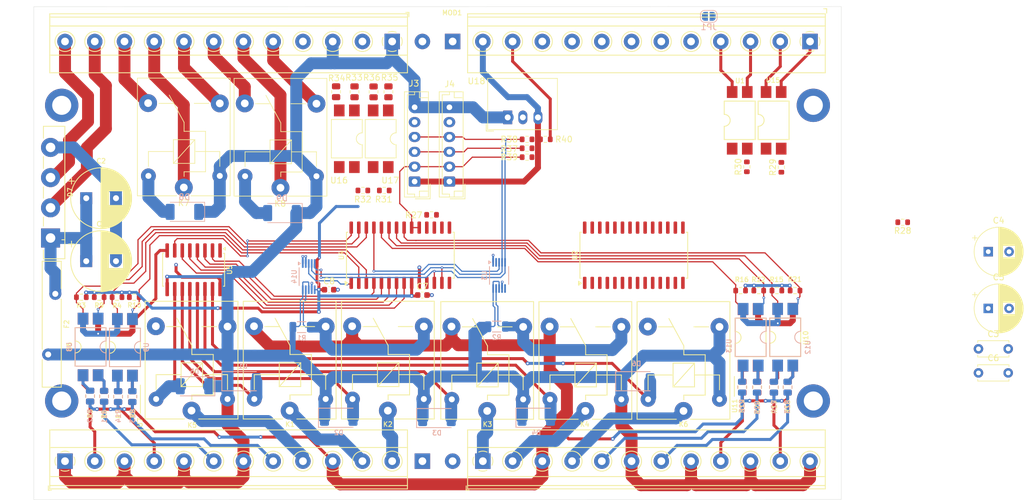
<source format=kicad_pcb>
(kicad_pcb (version 20240108) (generator "pcbnew") (generator_version "8.0")
  (layers (0 "F.Cu" signal) (31 "B.Cu" signal) (34 "B.Paste" user) (35 "F.Paste" user) (36 "B.SilkS" user "B.Silkscreen") (37 "F.SilkS" user "F.Silkscreen") (38 "B.Mask" user) (39 "F.Mask" user) (44 "Edge.Cuts" user))
  (net 0 "")
  (net 1 "/nFWD1")
  (net 2 "/nREV1")
  (net 3 "/nREV2")
  (net 4 "/nFWD2")
  (net 5 "/M2-")
  (net 6 "/M2+")
  (net 7 "/nSOUND")
  (net 9 "/nLIGHT")
  (net 11 "/SIG_CLOSE")
  (net 12 "GND2")
  (net 13 "+3V3")
  (net 14 "/nSIG_CLOSE")
  (net 15 "/SIG_OPEN")
  (net 16 "/nSIG_OPEN")
  (net 17 "GND")
  (net 18 "/SDA")
  (net 19 "/SCL")
  (net 20 "VBUS")
  (net 21 "+24V")
  (net 22 "/IN1_2_P")
  (net 23 "/IN1_1_P")
  (net 24 "/IN2_1_P")
  (net 25 "Net-(R5-Pad2)")
  (net 26 "Net-(R6-Pad2)")
  (net 27 "Net-(R7-Pad2)")
  (net 28 "Net-(R8-Pad2)")
  (net 29 "/IN2_2_P")
  (net 30 "Net-(R11-Pad2)")
  (net 31 "Net-(R12-Pad2)")
  (net 32 "Net-(R13-Pad2)")
  (net 33 "Net-(R14-Pad2)")
  (net 34 "/SOUND+")
  (net 39 "/nREL1")
  (net 40 "Net-(R17-Pad2)")
  (net 41 "/IN3_1_P")
  (net 42 "Net-(R18-Pad2)")
  (net 43 "/IN3_2_P")
  (net 44 "Net-(R19-Pad2)")
  (net 45 "Net-(R20-Pad2)")
  (net 46 "Net-(R23-Pad2)")
  (net 47 "/IN4_1_P")
  (net 48 "Net-(R24-Pad2)")
  (net 49 "/IN4_2_P")
  (net 50 "Net-(R25-Pad2)")
  (net 51 "Net-(R26-Pad2)")
  (net 53 "/INT")
  (net 54 "/REL1")
  (net 55 "/LIGHT+")
  (net 56 "/IN3_1_L")
  (net 57 "/IN3_2_L")
  (net 58 "/M1+")
  (net 59 "/M1-")
  (net 64 "/REV1")
  (net 65 "/IN1_1_L")
  (net 66 "/IN1_2_L")
  (net 67 "/IN2_1_L")
  (net 68 "/IN2_2_L")
  (net 69 "/IN4_1_L")
  (net 70 "/IN4_2_L")
  (net 75 "Net-(U14-Vin-)")
  (net 76 "Net-(U3-Vin-)")
  (net 77 "/M2_A")
  (net 78 "/M1_A")
  (net 79 "/LIGHT")
  (net 80 "/REV2")
  (net 81 "/FWD2")
  (net 82 "/SOUND")
  (net 83 "/FWD1")
  (net 92 "/OWIRE")
  (net 93 "/IN5_2_L")
  (net 94 "Net-(D7-Pad3)")
  (net 95 "Net-(D7-Pad2)")
  (net 96 "/nREL2")
  (net 97 "/IN5_1_L")
  (net 98 "/IN5_1_P")
  (net 99 "/NC1")
  (net 100 "Net-(R33-Pad2)")
  (net 102 "Net-(U4-~{RESET})")
  (net 103 "Net-(U2-~{RESET})")
  (net 104 "Net-(R29-Pad2)")
  (net 105 "Net-(R30-Pad2)")
  (net 106 "Net-(R34-Pad2)")
  (net 107 "/IN5_2_P")
  (net 108 "Net-(R35-Pad2)")
  (net 109 "Net-(R36-Pad2)")
  (net 110 "/NO1")
  (net 111 "/COM1")
  (net 112 "/COM2")
  (net 113 "/NC2")
  (net 114 "/NO2")
  (footprint "Resistor_SMD:R_0603_1608Metric" (layer "F.Cu") (at 173.175 90.8)
    (property "Reference" "R40")
    (property "Value" "R0603_4.7k_1%_100mW_100PPM_AC")
  )
  (footprint "Package_SO:SOIC-28W_7.5x17.9mm_P1.27mm" (layer "F.Cu") (at 148.8 110.3 90)
    (property "Reference" "U4")
    (property "Value" "MCP23017_SO")
  )
  (footprint "Resistor_SMD:R_0805_2012Metric" (layer "F.Cu") (at 138 82.7875 -90)
    (property "Reference" "R34")
    (property "Value" "R0805_1.5k_1%_125mW_100PPM_AC")
  )
  (footprint "Relay_THT:Relay_SPDT_SANYOU_SRD_Series_Form_C" (layer "F.Cu") (at 163.4 136.5 90)
    (property "Reference" "K3")
    (property "Value" "SANYOU_SRD_Form_C")
  )
  (footprint "Resistor_SMD:R_0805_2012Metric" (layer "F.Cu") (at 96.65 134 90)
    (property "Reference" "R5")
    (property "Value" "R0805_1.5k_1%_125mW_100PPM_AC")
  )
  (footprint "Resistor_SMD:R_0805_2012Metric" (layer "F.Cu") (at 103.75 134.0875 90)
    (property "Reference" "R8")
    (property "Value" "R0805_1.5k_1%_125mW_100PPM_AC")
  )
  (footprint "Resistor_SMD:R_0805_2012Metric" (layer "F.Cu") (at 206.3 132.5 90)
    (property "Reference" "R19")
    (property "Value" "R0805_1.5k_1%_125mW_100PPM_AC")
  )
  (footprint "Package_DIP:SMDIP-4_W9.53mm" (layer "F.Cu") (at 139.8 90.7 -90)
    (property "Reference" "U16")
    (property "Value" "LTV-817S")
  )
  (footprint "Capacitor_THT:CP_Radial_D8.0mm_P3.50mm" (layer "F.Cu") (at 247.628698 109.7)
    (property "Reference" "C4")
    (property "Value" "100uF")
  )
  (footprint "Resistor_SMD:R_0603_1608Metric" (layer "F.Cu") (at 95.175 117.3625 180)
    (property "Reference" "R3")
    (property "Value" "R0603_4.7k_1%_100mW_100PPM_AC")
  )
  (footprint "Package_SO:SOIC-16W_5.3x10.2mm_P1.27mm" (layer "F.Cu") (at 114.05 112.75 -90)
    (property "Reference" "U5")
    (property "Value" "ULN2003A")
  )
  (footprint "Resistor_SMD:R_0603_1608Metric" (layer "F.Cu") (at 170.1 93.8 180)
    (property "Reference" "R39")
    (property "Value" "R0603_4.7k_1%_100mW_100PPM_AC")
  )
  (footprint "Capacitor_THT:CP_Radial_D10.0mm_P5.00mm" (layer "F.Cu") (at 96 111.3)
    (property "Reference" "C1")
    (property "Value" "EKM227M1HG1BRRSHP")
  )
  (footprint "Capacitor_THT:CP_Radial_D10.0mm_P5.00mm" (layer "F.Cu") (at 96 100.7)
    (property "Reference" "C2")
    (property "Value" "EKM227M1HG1BRRSHP")
  )
  (footprint "Relay_THT:Relay_SPDT_SANYOU_SRD_Series_Form_C" (layer "F.Cu") (at 130.2 136.45 90)
    (property "Reference" "K1")
    (property "Value" "SANYOU_SRD_Form_C")
  )
  (footprint "Resistor_SMD:R_0805_2012Metric" (layer "F.Cu") (at 146.8 82.8 -90)
    (property "Reference" "R35")
    (property "Value" "R0805_1.5k_1%_125mW_100PPM_AC")
  )
  (footprint "Package_DIP:SMDIP-4_W9.53mm" (layer "F.Cu") (at 211.55 87.6 90)
    (property "Reference" "U15")
    (property "Value" "LTV-817S")
  )
  (footprint "Package_DIP:SMDIP-4_W9.53mm" (layer "F.Cu") (at 207.67 124.135 90)
    (property "Reference" "U11")
    (property "Value" "LTV-817S")
  )
  (footprint "Package_DIP:SMDIP-4_W9.53mm" (layer "F.Cu") (at 96.73 125.735 90)
    (property "Reference" "U6")
    (property "Value" "LTV-817S")
  )
  (footprint "Diode_THT:Diode_Bridge_Vishay_GBU" (layer "F.Cu") (at 90 107.4 90)
    (property "Reference" "D7")
    (property "Value" "GBU6D")
  )
  (footprint "Resistor_SMD:R_0603_1608Metric" (layer "F.Cu") (at 154.05 103.5 180)
    (property "Reference" "R27")
    (property "Value" "R0603_4.7k_1%_100mW_100PPM_AC")
  )
  (footprint "Relay_THT:Relay_SPDT_SANYOU_SRD_Series_Form_C" (layer "F.Cu") (at 128.65 98.95 90)
    (property "Reference" "K8")
    (property "Value" "SANYOU_SRD_Form_C")
  )
  (footprint "Capacitor_THT:C_Disc_D5.0mm_W2.5mm_P5.00mm" (layer "F.Cu") (at 245.984 130.1)
    (property "Reference" "C6")
    (property "Value" "100nF")
  )
  (footprint "Resistor_SMD:R_0603_1608Metric" (layer "F.Cu") (at 98.175 117.3625)
    (property "Reference" "R9")
    (property "Value" "R0603_4.7k_1%_100mW_100PPM_AC")
  )
  (footprint "Package_DIP:SMDIP-4_W9.53mm" (layer "F.Cu") (at 102.5 125.8 90)
    (property "Reference" "U7")
    (property "Value" "LTV-817S")
  )
  (footprint "Package_DIP:SMDIP-4_W9.53mm" (layer "F.Cu") (at 213.5 124.1 90)
    (property "Reference" "U10")
    (property "Value" "LTV-817S")
  )
  (footprint "Capacitor_THT:CP_Radial_D8.0mm_P3.50mm" (layer "F.Cu") (at 247.628698 119.25)
    (property "Reference" "C5")
    (property "Value" "100uF")
  )
  (footprint "Relay_THT:Relay_SPDT_SANYOU_SRD_Series_Form_C" (layer "F.Cu") (at 146.7 136.45 90)
    (property "Reference" "K2")
    (property "Value" "SANYOU_SRD_Form_C")
  )
  (footprint "Resistor_SMD:R_0603_1608Metric" (layer "F.Cu") (at 170.1 90.8 180)
    (property "Reference" "R38")
    (property "Value" "R0603_4.7k_1%_100mW_100PPM_AC")
  )
  (footprint "Resistor_SMD:R_0603_1608Metric" (layer "F.Cu") (at 207.05 95.425 90)
    (property "Reference" "R30")
    (property "Value" "R0603_4.7k_1%_100mW_100PPM_AC")
  )
  (footprint "Resistor_SMD:R_0603_1608Metric" (layer "F.Cu") (at 215.15 116.25)
    (property "Reference" "R21")
    (property "Value" "R0603_4.7k_1%_100mW_100PPM_AC")
  )
  (footprint "Connector_JST:JST_EH_B6B-EH-A_1x06_P2.50mm_Vertical" (layer "F.Cu") (at 157.05 97.9 90)
    (property "Reference" "J4")
    (property "Value" "Conn_01x05_Pin")
  )
  (footprint "Package_DIP:SMDIP-4_W9.53mm" (layer "F.Cu") (at 145.5 90.7 -90)
    (property "Reference" "U17")
    (property "Value" "LTV-817S")
  )
  (footprint "kadex:ZD1008" (layer "F.Cu") (at 155.05 109.95)
    (property "Reference" "MOD1")
    (property "Value" "~")
    (fp_line (start -67.85 -41.475) (end -67.85 41.475) (stroke (width 0.05)) (layer "Edge.Cuts"))
    (fp_line (start -67.85 -41.475) (end 67.85 -41.5) (stroke (width 0.05)) (layer "Edge.Cuts"))
    (fp_line (start -67.85 41.475) (end 67.85 41.45) (stroke (width 0.05)) (layer "Edge.Cuts"))
    (fp_line (start 67.85 -41.5) (end 67.85 41.45) (stroke (width 0.05)) (layer "Edge.Cuts"))
  )
  (footprint "Relay_THT:Relay_SPDT_SANYOU_SRD_Series_Form_C" (layer "F.Cu") (at 179.9 136.5 90)
    (property "Reference" "K4")
    (property "Value" "SANYOU_SRD_Form_C")
  )
  (footprint "Capacitor_THT:C_Disc_D5.0mm_W2.5mm_P5.00mm" (layer "F.Cu") (at 245.984 126.05)
    (property "Reference" "C3")
    (property "Value" "100nF")
  )
  (footprint "Resistor_SMD:R_0603_1608Metric" (layer "F.Cu") (at 142.5 99.4 180)
    (property "Reference" "R32")
    (property "Value" "R0603_4.7k_1%_100mW_100PPM_AC")
  )
  (footprint "Relay_THT:Relay_SPDT_SANYOU_SRD_Series_Form_C" (layer "F.Cu") (at 113.7 136.45 90)
    (property "Reference" "K5")
    (property "Value" "SANYOU_SRD_Form_C")
  )
  (footprint "Capacitor_SMD:C_0603_1608Metric" (layer "F.Cu") (at 136.825 116.1)
    (property "Reference" "C8")
    (property "Value" "100nF")
  )
  (footprint "Resistor_SMD:R_0603_1608Metric" (layer "F.Cu") (at 212.1 116.25 180)
    (property "Reference" "R15")
    (property "Value" "R0603_4.7k_1%_100mW_100PPM_AC")
  )
  (footprint "Resistor_SMD:R_0805_2012Metric" (layer "F.Cu") (at 213.9 132.5 90)
    (property "Reference" "R18")
    (property "Value" "R0805_1.5k_1%_125mW_100PPM_AC")
  )
  (footprint "Capacitor_SMD:C_0603_1608Metric" (layer "F.Cu") (at 152.5 117)
    (property "Reference" "C7")
    (property "Value" "100nF")
  )
  (footprint "Converter_DCDC:Converter_DCDC_RECOM_R-78E-0.5_THT" (layer "F.Cu") (at 166.853 87.1075)
    (property "Reference" "U18")
    (property "Value" "R-78E3.3-1.0")
  )
  (footprint "Resistor_SMD:R_0805_2012Metric" (layer "F.Cu") (at 101.35 134.0875 90)
    (property "Reference" "R7")
    (property "Value" "R0805_1.5k_1%_125mW_100PPM_AC")
  )
  (footprint "Resistor_SMD:R_0603_1608Metric" (layer "F.Cu") (at 104.075 117.3625)
    (property "Reference" "R10")
    (property "Value" "R0603_4.7k_1%_100mW_100PPM_AC")
  )
  (footprint "Resistor_SMD:R_0805_2012Metric" (layer "F.Cu") (at 211.6 132.5 90)
    (property "Reference" "R17")
    (property "Value" "R0805_1.5k_1%_125mW_100PPM_AC")
  )
  (footprint "Resistor_SMD:R_0603_1608Metric" (layer "F.Cu") (at 233.25 104.75 180)
    (property "Reference" "R28")
    (property "Value" "R0603_4.7k_1%_100mW_100PPM_AC")
  )
  (footprint "Connector_JST:JST_EH_B6B-EH-A_1x06_P2.50mm_Vertical" (layer "F.Cu") (at 151.2 97.9 90)
    (property "Reference" "J3")
    (property "Value" "Conn_01x05_Pin")
  )
  (footprint "Package_SO:SOIC-28W_7.5x17.9mm_P1.27mm" (layer "F.Cu") (at 188.045 110.3 90)
    (property "Reference" "U2")
    (property "Value" "MCP23017_SO")
  )
  (footprint "Resistor_SMD:R_0805_2012Metric" (layer "F.Cu") (at 141.1 82.8 -90)
    (property "Reference" "R33")
    (property "Value" "R0805_1.5k_1%_125mW_100PPM_AC")
  )
  (footprint "Relay_THT:Relay_SPDT_SANYOU_SRD_Series_Form_C" (layer "F.Cu") (at 196.4 136.5 90)
    (property "Reference" "K6")
    (property "Value" "SANYOU_SRD_Form_C")
  )
  (footprint "Fuse:Fuse_Bourns_MF-RHT1100" (layer "F.Cu") (at 90.8 116.8 -90)
    (property "Reference" "F2")
    (property "Value" "Polyfuse")
  )
  (footprint "Resistor_SMD:R_0603_1608Metric" (layer "F.Cu") (at 170.1 92.3 180)
    (property "Reference" "R37")
    (property "Value" "R0603_4.7k_1%_100mW_100PPM_AC")
  )
  (footprint "Relay_THT:Relay_SPDT_SANYOU_SRD_Series_Form_C" (layer "F.Cu") (at 112.4 98.9 90)
    (property "Reference" "K7")
    (property "Value" "SANYOU_SRD_Form_C")
  )
  (footprint "Resistor_SMD:R_0805_2012Metric" (layer "F.Cu") (at 208.8 132.5 90)
    (property "Reference" "R20")
    (property "Value" "R0805_1.5k_1%_125mW_100PPM_AC")
  )
  (footprint "Package_DIP:SMDIP-4_W9.53mm" (layer "F.Cu") (at 205.85 87.6 90)
    (property "Reference" "U1")
    (property "Value" "LTV-817S")
  )
  (footprint "Resistor_SMD:R_0603_1608Metric" (layer "F.Cu") (at 212.85 95.5 90)
    (property "Reference" "R29")
    (property "Value" "R0603_4.7k_1%_100mW_100PPM_AC")
  )
  (footprint "Resistor_SMD:R_0603_1608Metric" (layer "F.Cu") (at 209.05 116.25)
    (property "Reference" "R22")
    (property "Value" "R0603_4.7k_1%_100mW_100PPM_AC")
  )
  (footprint "Resistor_SMD:R_0805_2012Metric" (layer "F.Cu") (at 144.3 82.8125 90)
    (property "Reference" "R36")
    (property "Value" "R0805_1.5k_1%_125mW_100PPM_AC")
  )
  (footprint "Resistor_SMD:R_0603_1608Metric" (layer "F.Cu") (at 146.1 99.4)
    (property "Reference" "R31")
    (property "Value" "R0603_4.7k_1%_100mW_100PPM_AC")
  )
  (footprint "Resistor_SMD:R_0603_1608Metric" (layer "F.Cu") (at 206 116.25 180)
    (property "Reference" "R16")
    (property "Value" "R0603_4.7k_1%_100mW_100PPM_AC")
  )
  (footprint "Resistor_SMD:R_0603_1608Metric" (layer "F.Cu") (at 101.175 117.3625 180)
    (property "Reference" "R4")
    (property "Value" "R0603_4.7k_1%_100mW_100PPM_AC")
  )
  (footprint "Resistor_SMD:R_0805_2012Metric" (layer "F.Cu") (at 99 134.0375 90)
    (property "Reference" "R6")
    (property "Value" "R0805_1.5k_1%_125mW_100PPM_AC")
  )
  (footprint "Resistor_SMD:R_0805_2012Metric" (layer "B.Cu") (at 206.25 132.5 90)
    (property "Reference" "R26")
    (property "Value" "R0805_1.5k_1%_125mW_100PPM_AC")
  )
  (footprint "Diode_SMD:D_MELF" (layer "B.Cu") (at 112.5 103 180)
    (property "Reference" "D8")
    (property "Value" "SM4007")
  )
  (footprint "Diode_SMD:D_MELF" (layer "B.Cu") (at 128.9 103.2 180)
    (property "Reference" "D9")
    (property "Value" "SM4007")
  )
  (footprint "Diode_SMD:D_MELF" (layer "B.Cu") (at 138.45 137.65)
    (property "Reference" "D2")
    (property "Value" "SM4007")
  )
  (footprint "Resistor_SMD:R_0805_2012Metric" (layer "B.Cu") (at 211.6 132.5 90)
    (property "Reference" "R24")
    (property "Value" "R0805_1.5k_1%_125mW_100PPM_AC")
  )
  (footprint "Diode_SMD:D_MELF" (layer "B.Cu") (at 188.4 131.5)
    (property "Reference" "D6")
    (property "Value" "SM4007")
  )
  (footprint "Package_DIP:SMDIP-4_W9.53mm" (layer "B.Cu") (at 213.5 124.1 90)
    (property "Reference" "U12")
    (property "Value" "LTV-817S")
  )
  (footprint "Jumper:SolderJumper-2_P1.3mm_Open_RoundedPad1.0x1.5mm" (layer "B.Cu") (at 200.65 70.1)
    (property "Reference" "JP1")
    (property "Value" "Jumper_2_Bridged")
  )
  (footprint "Package_DIP:SMDIP-4_W9.53mm" (layer "B.Cu") (at 96.73 125.735 90)
    (property "Reference" "U8")
    (property "Value" "LTV-817S")
  )
  (footprint "Diode_SMD:D_MELF" (layer "B.Cu") (at 171.65 137.65)
    (property "Reference" "D4")
    (property "Value" "SM4007")
  )
  (footprint "Resistor_SMD:R_0805_2012Metric" (layer "B.Cu") (at 208.75 132.5 90)
    (property "Reference" "R25")
    (property "Value" "R0805_1.5k_1%_125mW_100PPM_AC")
  )
  (footprint "Diode_SMD:D_MELF" (layer "B.Cu") (at 122.2 131.5)
    (property "Reference" "D1")
    (property "Value" "SM4007")
  )
  (footprint "Diode_SMD:D_MELF" (layer "B.Cu") (at 114.2 132.35 180)
    (property "Reference" "D5")
    (property "Value" "SM4007")
  )
  (footprint "Package_SO:VSSOP-10_3x3mm_P0.5mm" (layer "B.Cu") (at 165.4 113.7 -90)
    (property "Reference" "U3")
    (property "Value" "INA237")
  )
  (footprint "Resistor_SMD:R_1206_3216Metric" (layer "B.Cu") (at 165 122.3)
    (property "Reference" "R2")
    (property "Value" "50mR")
  )
  (footprint "Resistor_SMD:R_0805_2012Metric" (layer "B.Cu") (at 96.65 134 90)
    (property "Reference" "R12")
    (property "Value" "R0805_1.5k_1%_125mW_100PPM_AC")
  )
  (footprint "Resistor_SMD:R_0805_2012Metric" (layer "B.Cu") (at 101.35 134.0875 90)
    (property "Reference" "R14")
    (property "Value" "R0805_1.5k_1%_125mW_100PPM_AC")
  )
  (footprint "Package_DIP:SMDIP-4_W9.53mm" (layer "B.Cu") (at 207.7 124.1 90)
    (property "Reference" "U13")
    (property "Value" "LTV-817S")
  )
  (footprint "Resistor_SMD:R_1206_3216Metric" (layer "B.Cu") (at 132.2 122.4)
    (property "Reference" "R1")
    (property "Value" "50mR")
  )
  (footprint "Resistor_SMD:R_0805_2012Metric" (layer "B.Cu") (at 213.9 132.5 90)
    (property "Reference" "R23")
    (property "Value" "R0805_1.5k_1%_125mW_100PPM_AC")
  )
  (footprint "Diode_SMD:D_MELF" (layer "B.Cu") (at 154.95 137.7)
    (property "Reference" "D3")
    (property "Value" "SM4007")
  )
  (footprint "Package_SO:VSSOP-10_3x3mm_P0.5mm" (layer "B.Cu") (at 133.4 113.9 -90)
    (property "Reference" "U14")
    (property "Value" "INA237")
  )
  (footprint "Package_DIP:SMDIP-4_W9.53mm" (layer "B.Cu") (at 102.5 125.8 90)
    (property "Reference" "U9")
    (property "Value" "LTV-817S")
  )
  (footprint "Resistor_SMD:R_0805_2012Metric" (layer "B.Cu") (at 103.75 134.0875 90)
    (property "Reference" "R13")
    (property "Value" "R0805_1.5k_1%_125mW_100PPM_AC")
  )
  (footprint "Resistor_SMD:R_0805_2012Metric" (layer "B.Cu") (at 99 134.0375 90)
    (property "Reference" "R11")
    (property "Value" "R0805_1.5k_1%_125mW_100PPM_AC")
  )
  (gr_line (start 105.1 136.95) (end 105.1 132.15) (stroke (width 0.15)) (layer "F.SilkS"))
  (gr_line (start 204.95 134.05) (end 204.95 130.7) (stroke (width 0.15)) (layer "F.SilkS"))
  (segment (start 121.95 132.2) (end 124.25 134.5) (width 0.5) (layer "F.Cu") (net 1))
  (segment (start 112.145 128.195) (end 116.15 132.2) (width 0.5) (layer "F.Cu") (net 1))
  (segment (start 112.145 116) (end 112.145 128.195) (width 0.5) (layer "F.Cu") (net 1))
  (segment (start 116.15 132.2) (end 121.95 132.2) (width 0.5) (layer "F.Cu") (net 1))
  (segment (start 124.6 131.5) (end 124.6 134.15) (width 2) (layer "B.Cu") (net 1))
  (segment (start 124.6 134.15) (end 124.25 134.5) (width 2) (layer "B.Cu") (net 1))
  (segment (start 140.75 134.5) (end 137.3 131.05) (width 0.5) (layer "F.Cu") (net 2))
  (segment (start 137.3 131.05) (end 116.8 131.05) (width 0.5) (layer "F.Cu") (net 2))
  (segment (start 116.8 131.05) (end 113.415 127.665) (width 0.5) (layer "F.Cu") (net 2))
  (segment (start 113.415 127.665) (end 113.415 116) (width 0.5) (layer "F.Cu") (net 2))
  (segment (start 140.85 137.65) (end 140.85 134.6) (width 2) (layer "B.Cu") (net 2))
  (segment (start 140.85 134.6) (end 140.75 134.5) (width 2) (layer "B.Cu") (net 2))
  (segment (start 117.55 129.9) (end 114.685 127.035) (width 0.5) (layer "F.Cu") (net 3))
  (segment (start 152.8 129.9) (end 117.55 129.9) (width 0.5) (layer "F.Cu") (net 3))
  (segment (start 157.45 134.55) (end 152.8 129.9) (width 0.5) (layer "F.Cu") (net 3))
  (segment (start 114.685 127.035) (end 114.685 116) (width 0.5) (layer "F.Cu") (net 3))
  (segment (start 157.35 137.7) (end 157.35 134.65) (width 2) (layer "B.Cu") (net 3))
  (segment (start 157.35 134.65) (end 157.45 134.55) (width 2) (layer "B.Cu") (net 3))
  (segment (start 115.955 126.055) (end 115.955 116) (width 0.5) (layer "F.Cu") (net 4))
  (segment (start 173.95 134.55) (end 168.2 128.8) (width 0.5) (layer "F.Cu") (net 4))
  (segment (start 168.2 128.8) (end 118.7 128.8) (width 0.5) (layer "F.Cu") (net 4))
  (segment (start 118.7 128.8) (end 115.955 126.055) (width 0.5) (layer "F.Cu") (net 4))
  (segment (start 174.05 134.65) (end 173.95 134.55) (width 2) (layer "B.Cu") (net 4))
  (segment (start 174.05 137.65) (end 174.05 134.65) (width 2) (layer "B.Cu") (net 4))
  (segment (start 162.67 140.83) (end 163.4 140.1) (width 2) (layer "B.Cu") (net 5))
  (segment (start 163.4 140.1) (end 163.4 136.5) (width 2) (layer "B.Cu") (net 5))
  (segment (start 162.67 145) (end 162.67 140.83) (width 2) (layer "B.Cu") (net 5))
  (segment (start 174.85 141.55) (end 179.9 136.5) (width 2) (layer "B.Cu") (net 6))
  (segment (start 167.67 145) (end 167.67 144.95) (width 2) (layer "B.Cu") (net 6))
  (segment (start 167.67 144.95) (end 171.07 141.55) (width 2) (layer "B.Cu") (net 6))
  (segment (start 171.07 141.55) (end 174.85 141.55) (width 2) (layer "B.Cu") (net 6))
  (segment (start 110.875 116) (end 110.875 131.375) (width 0.5) (layer "F.Cu") (net 7))
  (segment (start 110.875 131.375) (end 107.75 134.5) (width 0.5) (layer "F.Cu") (net 7))
  (segment (start 111.8 132.35) (end 109.9 132.35) (width 2) (layer "B.Cu") (net 7))
  (segment (start 109.9 132.35) (end 107.75 134.5) (width 2) (layer "B.Cu") (net 7))
  (segment (start 169.4 127.7) (end 170.2 128.5) (width 0.5) (layer "F.Cu") (net 9))
  (segment (start 117.225 125.275) (end 119.65 127.7) (width 0.5) (layer "F.Cu") (net 9))
  (segment (start 176.15 128.5) (end 184.4 128.5) (width 0.5) (layer "F.Cu") (net 9))
  (segment (start 117.225 116) (end 117.225 125.275) (width 0.5) (layer "F.Cu") (net 9))
  (segment (start 184.4 128.5) (end 190.45 134.55) (width 0.5) (layer "F.Cu") (net 9))
  (segment (start 119.65 127.7) (end 169.4 127.7) (width 0.5) (layer "F.Cu") (net 9))
  (via (at 176.15 128.5) (size 0.65) (drill 0.3) (layers "F.Cu" "B.Cu") (net 9))
  (via (at 170.2 128.5) (size 0.65) (drill 0.3) (layers "F.Cu" "B.Cu") (net 9))
  (segment (start 190.8 134.2) (end 190.45 134.55) (width 2) (layer "B.Cu") (net 9))
  (segment (start 170.2 128.5) (end 176.15 128.5) (width 0.5) (layer "B.Cu") (net 9))
  (segment (start 190.8 131.5) (end 190.8 134.2) (width 2) (layer "B.Cu") (net 9))
  (segment (start 210.28 82.835) (end 210.28 80.92) (width 0.5) (layer "F.Cu") (net 11))
  (segment (start 210.28 80.92) (end 212.67 78.53) (width 0.5) (layer "F.Cu") (net 11))
  (segment (start 212.67 78.53) (end 212.67 74.3315) (width 0.5) (layer "F.Cu") (net 11))
  (segment (start 212.82 82.835) (end 212.82 80.98) (width 0.5) (layer "F.Cu") (net 12))
  (segment (start 212.82 80.98) (end 217.67 76.13) (width 0.5) (layer "F.Cu") (net 12))
  (segment (start 207.67 79.93) (end 207.12 80.48) (width 0.5) (layer "F.Cu") (net 12))
  (segment (start 207.67 74.3315) (end 207.67 79.93) (width 0.5) (layer "F.Cu") (net 12))
  (segment (start 217.67 76.13) (end 217.67 74.3315) (width 0.5) (layer "F.Cu") (net 12))
  (segment (start 207.12 80.48) (end 207.12 82.835) (width 0.5) (layer "F.Cu") (net 12))
  (segment (start 214.25 115.4) (end 214.3 115.45) (width 0.5) (layer "F.Cu") (net 13))
  (segment (start 151.2 97.9) (end 169.6 97.9) (width 1) (layer "F.Cu") (net 13))
  (segment (start 103.25 117.3625) (end 103.25 116.5875) (width 0.5) (layer "F.Cu") (net 13))
  (segment (start 134.8 111.1) (end 135.2 110.7) (width 0.5) (layer "F.Cu") (net 13))
  (segment (start 135.1 119.825) (end 125.525 119.825) (width 0.5) (layer "F.Cu") (net 13))
  (segment (start 101.975 116.5625) (end 101.975 117.3375) (width 0.5) (layer "F.Cu") (net 13))
  (segment (start 212.95 115.4) (end 212.95 116.275) (width 0.5) (layer "F.Cu") (net 13))
  (segment (start 135.1 116.1) (end 136.05 116.1) (width 0.5) (layer "F.Cu") (net 13))
  (segment (start 150.7 117.15) (end 150.7 115.155) (width 0.5) (layer "F.Cu") (net 13))
  (segment (start 214.3 115.45) (end 214.3 116.3) (width 0.5) (layer "F.Cu") (net 13))
  (segment (start 151.575 117.15) (end 151.725 117) (width 0.5) (layer "F.Cu") (net 13))
  (segment (start 135.1 116.1) (end 135.1 115.1) (width 0.5) (layer "F.Cu") (net 13))
  (segment (start 97.35 116.5875) (end 97.375 116.5625) (width 0.5) (layer "F.Cu") (net 13))
  (segment (start 125.525 119.825) (end 124.9 119.2) (width 0.5) (layer "F.Cu") (net 13))
  (segment (start 208.225 115.425) (end 208.225 116.25) (width 0.5) (layer "F.Cu") (net 13))
  (segment (start 169.6 97.9) (end 171.933 95.567) (width 1) (layer "F.Cu") (net 13))
  (segment (start 208.25 115.4) (end 208.225 115.425) (width 0.5) (layer "F.Cu") (net 13))
  (segment (start 171.933 95.567) (end 171.933 87.1075) (width 1) (layer "F.Cu") (net 13))
  (segment (start 124.9 119.2) (end 118.1 119.2) (width 0.5) (layer "F.Cu") (net 13))
  (segment (start 96 116.5875) (end 95.975 116.5625) (width 0.5) (layer "F.Cu") (net 13))
  (segment (start 135.1 115.1) (end 134.8 114.8) (width 0.5) (layer "F.Cu") (net 13))
  (segment (start 206.825 115.4) (end 206.825 116.25) (width 0.5) (layer "F.Cu") (net 13))
  (segment (start 96 117.3625) (end 96 116.5875) (width 0.5) (layer "F.Cu") (net 13))
  (segment (start 150.7 115.155) (end 150.705 115.15) (width 0.5) (layer "F.Cu") (net 13))
  (segment (start 101.975 117.3375) (end 102 117.3625) (width 0.5) (layer "F.Cu") (net 13))
  (segment (start 103.25 116.5875) (end 103.275 116.5625) (width 0.5) (layer "F.Cu") (net 13))
  (segment (start 150.7 117.15) (end 151.575 117.15) (width 0.5) (layer "F.Cu") (net 13))
  (segment (start 97.35 117.3625) (end 97.35 116.5875) (width 0.5) (layer "F.Cu") (net 13))
  (segment (start 134.8 114.8) (end 134.8 111.1) (width 0.5) (layer "F.Cu") (net 13))
  (via (at 212.95 115.4) (size 0.65) (drill 0.3) (layers "F.Cu" "B.Cu") (net 13))
  (via (at 135.2 110.7) (size 0.45) (drill 0.2) (layers "F.Cu" "B.Cu") (net 13))
  (via (at 135.1 116.1) (size 0.65) (drill 0.3) (layers "F.Cu" "B.Cu") (net 13))
  (via (at 97.375 116.5625) (size 0.65) (drill 0.3) (layers "F.Cu" "B.Cu") (net 13))
  (via (at 150.7 117.15) (size 0.65) (drill 0.3) (layers "F.Cu" "B.Cu") (net 13))
  (via (at 103.275 116.5625) (size 0.65) (drill 0.3) (layers "F.Cu" "B.Cu") (net 13))
  (via (at 135.1 119.825) (size 0.65) (drill 0.3) (layers "F.Cu" "B.Cu") (net 13))
  (via (at 95.975 116.5625) (size 0.65) (drill 0.3) (layers "F.Cu" "B.Cu") (net 13))
  (via (at 208.25 115.4) (size 0.65) (drill 0.3) (layers "F.Cu" "B.Cu") (net 13))
  (via (at 101.975 116.5625) (size 0.65) (drill 0.3) (layers "F.Cu" "B.Cu") (net 13))
  (via (at 118.1 119.2) (size 0.65) (drill 0.3) (layers "F.Cu" "B.Cu") (net 13))
  (via (at 206.825 115.4) (size 0.65) (drill 0.3) (layers "F.Cu" "B.Cu") (net 13))
  (via (at 214.25 115.4) (size 0.65) (drill 0.3) (layers "F.Cu" "B.Cu") (net 13))
  (segment (start 162.67 79.47) (end 166.9 83.7) (width 1) (layer "B.Cu") (net 13))
  (segment (start 104.4375 116.5625) (end 103.275 116.5625) (width 0.5) (layer "B.Cu") (net 13))
  (segment (start 135.1 116.1) (end 135.1 117) (width 0.5) (layer "B.Cu") (net 13))
  (segment (start 118.1 119.2) (end 107.075 119.2) (width 0.5) (layer "B.Cu") (net 13))
  (segment (start 135.1 116.1) (end 135.1 119.825) (width 0.5) (layer "B.Cu") (net 13))
  (segment (start 214.25 115.4) (end 206.825 115.4) (width 0.5) (layer "B.Cu") (net 13))
  (segment (start 138 102.1) (end 141.7 102.1) (width 0.5) (layer "B.Cu") (net 13))
  (segment (start 97.375 116.5625) (end 101.975 116.5625) (width 0.5) (layer "B.Cu") (net 13))
  (segment (start 135.1 117) (end 135.25 117.15) (width 0.5) (layer "B.Cu") (net 13))
  (segment (start 135.2 110.7) (end 135.2 104.9) (width 0.5) (layer "B.Cu") (net 13))
  (segment (start 135.25 117.15) (end 150.7 117.15) (width 0.5) (layer "B.Cu") (net 13))
  (segment (start 162.67 74.3315) (end 162.67 79.47) (width 1) (layer "B.Cu") (net 13))
  (segment (start 171.933 85.533) (end 171.933 87.1075) (width 1) (layer "B.Cu") (net 13))
  (segment (start 134.4 116.1) (end 135.1 116.1) (width 0.2) (layer "B.Cu") (net 13))
  (segment (start 135.2 104.9) (end 138 102.1) (width 0.5) (layer "B.Cu") (net 13))
  (segment (start 166.9 83.7) (end 170.1 83.7) (width 1) (layer "B.Cu") (net 13))
  (segment (start 95.975 116.5625) (end 97.375 116.5625) (width 0.5) (layer "B.Cu") (net 13))
  (segment (start 103.275 116.5625) (end 101.975 116.5625) (width 0.5) (layer "B.Cu") (net 13))
  (segment (start 107.075 119.2) (end 104.4375 116.5625) (width 0.5) (layer "B.Cu") (net 13))
  (segment (start 170.1 83.7) (end 171.933 85.533) (width 1) (layer "B.Cu") (net 13))
  (segment (start 204.58 82.835) (end 204.58 81.08) (width 0.5) (layer "F.Cu") (net 15))
  (segment (start 204.58 81.08) (end 202.67 79.17) (width 0.5) (layer "F.Cu") (net 15))
  (segment (start 202.67 79.17) (end 202.67 74.3315) (width 0.5) (layer "F.Cu") (net 15))
  (segment (start 125.3 140.9) (end 133.38 140.9) (width 0.5) (layer "F.Cu") (net 17))
  (segment (start 153.275 117) (end 154.1 117) (width 0.5) (layer "F.Cu") (net 17))
  (segment (start 174.725 138.825) (end 172.67 140.88) (width 2) (layer "F.Cu") (net 17))
  (segment (start 208.8 133.4125) (end 208.8 134.7) (width 0.5) (layer "F.Cu") (net 17))
  (segment (start 137.43 144.95) (end 137.43 147.58) (width 2) (layer "F.Cu") (net 17))
  (segment (start 107.7 117.6) (end 104.265 121.035) (width 0.5) (layer "F.Cu") (net 17))
  (segment (start 156.4 125.5) (end 141.8 125.5) (width 2) (layer "F.Cu") (net 17))
  (segment (start 103.7 136.2) (end 103.8 136.2) (width 0.5) (layer "F.Cu") (net 17))
  (segment (start 108.4 109.5) (end 107.7 110.2) (width 0.5) (layer "F.Cu") (net 17))
  (segment (start 97.8 136.2) (end 100.1 136.2) (width 0.5) (layer "F.Cu") (net 17))
  (segment (start 99 136.2) (end 97.8 136.2) (width 0.5) (layer "F.Cu") (net 17))
  (segment (start 138.7 148.85) (end 171.35 148.85) (width 2) (layer "F.Cu") (net 17))
  (segment (start 212.25 121.75) (end 214.29 121.75) (width 1) (layer "F.Cu") (net 17))
  (segment (start 124.2 122.25) (end 124.2 122.95) (width 2) (layer "F.Cu") (net 17))
  (segment (start 109.605 109.5) (end 108.4 109.5) (width 0.5) (layer "F.Cu") (net 17))
  (segment (start 103.7 136.2) (end 102.4 136.2) (width 0.5) (layer "F.Cu") (net 17))
  (segment (start 208.7 134.8) (end 207.5 134.8) (width 0.5) (layer "F.Cu") (net 17))
  (segment (start 171.35 148.85) (end 172.7 147.5) (width 2) (layer "F.Cu") (net 17))
  (segment (start 172.67 140.88) (end 172.67 144.95) (width 2) (layer "F.Cu") (net 17))
  (segment (start 103.305 123.5) (end 98 123.5) (width 1) (layer "F.Cu") (net 17))
  (segment (start 173.9 122.3) (end 173.9 129.65) (width 2) (layer "F.Cu") (net 17))
  (segment (start 157.4 122.3) (end 157.4 124.5) (width 2) (layer "F.Cu") (net 17))
  (segment (start 214.29 121.75) (end 214.77 121.27) (width 1) (layer "F.Cu") (net 17))
  (segment (start 140.7 124.45) (end 140.7 122.25) (width 2) (layer "F.Cu") (net 17))
  (segment (start 157.4 124.5) (end 156.4 125.5) (width 2) (layer "F.Cu") (net 17))
  (segment (start 214.77 121.27) (end 214.77 119.335) (width 1) (layer "F.Cu") (net 17))
  (segment (start 102.4 136.2) (end 103.8 136.2) (width 0.5) (layer "F.Cu") (net 17))
  (segment (start 157.4 124.3) (end 158.55 125.45) (width 2) (layer "F.Cu") (net 17))
  (segment (start 173.9 129.65) (end 176.8 132.55) (width 2) (layer "F.Cu") (net 17))
  (segment (start 117.5 140) (end 107.6 140) (width 0.5) (layer "F.Cu") (net 17))
  (segment (start 103.77 123.035) (end 103.305 123.5) (width 1) (layer "F.Cu") (net 17))
  (segment (start 158.55 125.45) (end 173.35 125.45) (width 2) (layer "F.Cu") (net 17))
  (segment (start 152 115.125) (end 151.975 115.15) (width 0.5) (layer "F.Cu") (net 17))
  (segment (start 99 134.95) (end 99 136.2) (width 0.5) (layer "F.Cu") (net 17))
  (segment (start 213.5 134.8) (end 212.9 134.8) (width 0.5) (layer "F.Cu") (net 17))
  (segment (start 103.77 121.035) (end 103.77 123.035) (width 1) (layer "F.Cu") (net 17))
  (segment (start 173.35 125.45) (end 173.9 124.9) (width 2) (layer "F.Cu") (net 17))
  (segment (start 140.7 124.4) (end 140.7 122.25) (width 2) (layer "F.Cu") (net 17))
  (segment (start 107.7 110.2) (end 107.7 117.6) (width 0.5) (layer "F.Cu") (net 17))
  (segment (start 176.8 132.55) (end 176.8 136.75) (width 2) (layer "F.Cu") (net 17))
  (segment (start 118.4 140.9) (end 117.5 140) (width 0.5) (layer "F.Cu") (net 17))
  (segment (start 213.9 134.4) (end 213.5 134.8) (width 0.5) (layer "F.Cu") (net 17))
  (segment (start 124.2 122.95) (end 126.9 125.65) (width 2) (layer "F.Cu") (net 17))
  (segment (start 139.5 125.65) (end 140.7 124.45) (width 2) (layer "F.Cu") (net 17))
  (segment (start 208.94 121.04) (end 209.65 121.75) (width 1) (layer "F.Cu") (net 17))
  (segment (start 209.65 121.75) (end 212.25 121.75) (width 1) (layer "F.Cu") (net 17))
  (segment (start 173.9 124.9) (end 173.9 122.3) (width 2) (layer "F.Cu") (net 17))
  (segment (start 184.5 141.2) (end 177.1 141.2) (width 0.5) (layer "F.Cu") (net 17))
  (segment (start 98 120.97) (end 98 123.5) (width 1) (layer "F.Cu") (net 17))
  (segment (start 213.9 133.4125) (end 213.9 134.4) (width 0.5) (layer "F.Cu") (net 17))
  (segment (start 208.8 134.7) (end 208.7 134.8) (width 0.5) (layer "F.Cu") (net 17))
  (segment (start 133.38 140.9) (end 137.43 144.95) (width 0.5) (layer "F.Cu") (net 17))
  (segment (start 104.265 121.035) (end 103.77 121.035) (width 0.5) (layer "F.Cu") (net 17))
  (segment (start 208.94 119.37) (end 208.94 121.04) (width 1) (layer "F.Cu") (net 17))
  (segment (start 137.43 147.58) (end 138.7 148.85) (width 2) (layer "F.Cu") (net 17))
  (segment (start 126.9 125.65) (end 139.5 125.65) (width 2) (layer "F.Cu") (net 17))
  (segment (start 157.4 122.3) (end 157.4 124.3) (width 2) (layer "F.Cu") (net 17))
  (segment (start 210.2 134.8) (end 208.7 134.8) (width 0.5) (layer "F.Cu") (net 17))
  (segment (start 172.67 147.47) (end 172.67 144.95) (width 2) (layer "F.Cu") (net 17))
  (segment (start 177.1 141.2) (end 174.725 138.825) (width 0.5) (layer "F.Cu") (net 17))
  (segment (start 176.8 136.75) (end 174.725 138.825) (width 2) (layer "F.Cu") (net 17))
  (segment (start 152 112.35) (end 152 115.125) (width 0.5) (layer "F.Cu") (net 17))
  (segment (start 172.7 147.5) (end 172.67 147.47) (width 2) (layer "F.Cu") (net 17))
  (segment (start 137.6 116.1) (end 138.3 116.1) (width 0.5) (layer "F.Cu") (net 17))
  (segment (start 141.8 125.5) (end 140.7 124.4) (width 2) (layer "F.Cu") (net 17))
  (segment (start 107.6 140) (end 103.8 136.2) (width 0.5) (layer "F.Cu") (net 17))
  (segment (start 103.75 135) (end 103.75 136.15) (width 0.5) (layer "F.Cu") (net 17))
  (segment (start 103.75 136.15) (end 103.7 136.2) (width 0.5) (layer "F.Cu") (net 17))
  (via (at 210.2 134.8) (size 0.65) (drill 0.3) (layers "F.Cu" "B.Cu") (net 17))
  (via (at 97.8 136.2) (size 0.65) (drill 0.3) (layers "F.Cu" "B.Cu") (net 17))
  (via (at 165.925 114.8) (size 0.45) (drill 0.2) (layers "F.Cu" "B.Cu") (net 17))
  (via (at 184.5 141.2) (size 0.65) (drill 0.3) (layers "F.Cu" "B.Cu") (net 17))
  (via (at 132.4 110.5) (size 0.45) (drill 0.2) (layers "F.Cu" "B.Cu") (net 17))
  (via (at 98 123.5) (size 0.65) (drill 0.3) (layers "F.Cu" "B.Cu") (net 17))
  (via (at 152 112.35) (size 0.65) (drill 0.3) (layers "F.Cu" "B.Cu") (net 17))
  (via (at 102.4 136.2) (size 0.65) (drill 0.3) (layers "F.Cu" "B.Cu") (net 17))
  (via (at 133.925 115.002961) (size 0.45) (drill 0.2) (layers "F.Cu" "B.Cu") (net 17))
  (via (at 212.25 121.75) (size 0.65) (drill 0.3) (layers "F.Cu" "B.Cu") (net 17))
  (via (at 164.4 110.3) (size 0.45) (drill 0.2) (layers "F.Cu" "B.Cu") (net 17))
  (via (at 100.1 136.2) (size 0.65) (drill 0.3) (layers "F.Cu" "B.Cu") (net 17))
  (via (at 154.1 117) (size 0.65) (drill 0.3) (layers "F.Cu" "B.Cu") (net 17))
  (via (at 207.5 134.8) (size 0.65) (drill 0.3) (layers "F.Cu" "B.Cu") (net 17))
  (via (at 212.9 134.8) (size 0.65) (drill 0.3) (layers "F.Cu" "B.Cu") (net 17))
  (via (at 138.3 116.1) (size 0.65) (drill 0.3) (layers "F.Cu" "B.Cu") (net 17))
  (via (at 132.9 110.5) (size 0.45) (drill 0.2) (layers "F.Cu" "B.Cu") (net 17))
  (via (at 125.3 140.9) (size 0.65) (drill 0.3) (layers "F.Cu" "B.Cu") (net 17))
  (via (at 118.4 140.9) (size 0.65) (drill 0.3) (layers "F.Cu" "B.Cu") (net 17))
  (segment (start 90 92.16) (end 93.86 92.16) (width 2) (layer "B.Cu") (net 17))
  (segment (start 206.43 119.335) (end 206.43 120.93) (width 1) (layer "B.Cu") (net 17))
  (segment (start 206.25 134.75) (end 206.25 133.4125) (width 0.5) (layer "B.Cu") (net 17))
  (segment (start 132.9 111.7) (end 132.9 110.5) (width 0.3) (layer "B.Cu") (net 17))
  (segment (start 212.23 119.335) (end 212.23 121.73) (width 1) (layer "B.Cu") (net 17))
  (segment (start 97.1 136.2) (end 97.8 136.2) (width 0.5) (layer "B.Cu") (net 17))
  (segment (start 206.25 133.4125) (end 206.25 137.65) (width 0.5) (layer "B.Cu") (net 17))
  (segment (start 206.43 120.93) (end 207.23 121.73) (width 1) (layer "B.Cu") (net 17))
  (segment (start 95.46 120.97) (end 95.46 122.97) (width 1) (layer "B.Cu") (net 17))
  (segment (start 101 100.7) (end 101 111.3) (width 2) (layer "B.Cu") (net 17))
  (segment (start 101.35 136.1) (end 101.35 135) (width 0.5) (layer "B.Cu") (net 17))
  (segment (start 133.9 116.1) (end 133.9 115.027961) (width 0.3) (layer "B.Cu") (net 17))
  (segment (start 100.1 136.2) (end 102.4 136.2) (width 0.5) (layer "B.Cu") (net 17))
  (segment (start 101.25 136.2) (end 101.35 136.1) (width 0.5) (layer "B.Cu") (net 17))
  (segment (start 185.7 140) (end 184.5 141.2) (width 0.5) (layer "B.Cu") (net 17))
  (segment (start 118.4 140.9) (end 125.3 140.9) (width 0.5) (layer "B.Cu") (net 17))
  (segment (start 206.3 134.8) (end 206.25 134.75) (width 0.5) (layer "B.Cu") (net 17))
  (segment (start 101.23 123.07) (end 101.23 121.035) (width 1) (layer "B.Cu") (net 17))
  (segment (start 206.25 137.65) (end 205.2 138.7) (width 0.5) (layer "B.Cu") (net 17))
  (segment (start 95.99 123.5) (end 98 123.5) (width 1) (layer "B.Cu") (net 17))
  (segment (start 101 99.3) (end 101 100.7) (width 2) (layer "B.Cu") (net 17))
  (segment (start 212.9 134.8) (end 211.6 134.8) (width 0.5) (layer "B.Cu") (net 17))
  (segment (start 198.4 140) (end 185.7 140) (width 0.5) (layer "B.Cu") (net 17))
  (segment (start 96.65 134.9125) (end 96.65 135.75) (width 0.5) (layer "B.Cu") (net 17))
  (segment (start 212.23 121.73) (end 212.25 121.75) (width 1) (layer "B.Cu") (net 17))
  (segment (start 207.23 121.73) (end 212.23 121.73) (width 1) (layer "B.Cu") (net 17))
  (segment (start 165.9 114.825) (end 165.925 114.8) (width 0.3) (layer "B.Cu") (net 17))
  (segment (start 211.6 133.4125) (end 211.6 134.8) (width 0.5) (layer "B.Cu") (net 17))
  (segment (start 207.5 134.8) (end 206.3 134.8) (width 0.5) (layer "B.Cu") (net 17))
  (segment (start 199.7 138.7) (end 198.4 140) (width 0.5) (layer "B.Cu") (net 17))
  (segment (start 95.46 122.97) (end 95.99 123.5) (width 1) (layer "B.Cu") (net 17))
  (segment (start 133.9 115.027961) (end 133.925 115.002961) (width 0.3) (layer "B.Cu") (net 17))
  (segment (start 96.65 135.75) (end 97.1 136.2) (width 0.5) (layer "B.Cu") (net 17))
  (segment (start 211.6 134.8) (end 210.2 134.8) (width 0.5) (layer "B.Cu") (net 17))
  (segment (start 165.9 115.9) (end 165.9 114.825) (width 0.3) (layer "B.Cu") (net 17))
  (segment (start 98 123.5) (end 100.8 123.5) (width 1) (layer "B.Cu") (net 17))
  (segment (start 132.4 111.7) (end 132.4 110.5) (width 0.3) (layer "B.Cu") (net 17))
  (segment (start 100.1 136.2) (end 101.25 136.2) (width 0.5) (layer "B.Cu") (net 17))
  (segment (start 205.2 138.7) (end 199.7 138.7) (width 0.5) (layer "B.Cu") (net 17))
  (segment (start 93.86 92.16) (end 101 99.3) (width 2) (layer "B.Cu") (net 17))
  (segment (start 100.8 123.5) (end 101.23 123.07) (width 1) (layer "B.Cu") (net 17))
  (segment (start 164.4 111.5) (end 164.4 110.3) (width 0.3) (layer "B.Cu") (net 17))
  (segment (start 157.05 92.9) (end 159.5 92.9) (width 0.2) (layer "F.Cu") (net 18))
  (segment (start 155.785 112.415) (end 155.8 112.4) (width 0.2) (layer "F.Cu") (net 18))
  (segment (start 157.05 92.9) (end 151.2 92.9) (width 0.2) (layer "F.Cu") (net 18))
  (segment (start 159.5 92.9) (end 160.1 92.3) (width 0.2) (layer "F.Cu") (net 18))
  (segment (start 165.9 92.3) (end 169.275 92.3) (width 0.2) (layer "F.Cu") (net 18))
  (segment (start 160.1 92.3) (end 165.9 92.3) (width 0.2) (layer "F.Cu") (net 18))
  (segment (start 155.785 115.15) (end 155.785 112.415) (width 0.2) (layer "F.Cu") (net 18))
  (via (at 155.8 112.4) (size 0.45) (drill 0.2) (layers "F.Cu" "B.Cu") (net 18))
  (via (at 165.9 92.3) (size 0.45) (drill 0.2) (layers "F.Cu" "B.Cu") (net 18))
  (segment (start 165.9 111.5) (end 165.9 92.3) (width 0.2) (layer "B.Cu") (net 18))
  (segment (start 152.8 113.5) (end 153.9 112.4) (width 0.2) (layer "B.Cu") (net 18))
  (segment (start 134.5 113.5) (end 152.8 113.5) (width 0.2) (layer "B.Cu") (net 18))
  (segment (start 165.9 113.1) (end 165.9 112) (width 0.2) (layer "B.Cu") (net 18))
  (segment (start 133.9 111.7) (end 133.9 112.9) (width 0.2) (layer "B.Cu") (net 18))
  (segment (start 155.8 112.4) (end 157.7 112.4) (width 0.2) (layer "B.Cu") (net 18))
  (segment (start 133.9 112.9) (end 134.5 113.5) (width 0.2) (layer "B.Cu") (net 18))
  (segment (start 157.7 112.4) (end 158.8 113.5) (width 0.2) (layer "B.Cu") (net 18))
  (segment (start 158.8 113.5) (end 165.5 113.5) (width 0.2) (layer "B.Cu") (net 18))
  (segment (start 165.5 113.5) (end 165.9 113.1) (width 0.2) (layer "B.Cu") (net 18))
  (segment (start 153.9 112.4) (end 155.8 112.4) (width 0.2) (layer "B.Cu") (net 18))
  (segment (start 135.475 112.775) (end 135.475 114.05) (width 0.2) (layer "F.Cu") (net 19))
  (segment (start 157.05 90.4) (end 151.2 90.4) (width 0.2) (layer "F.Cu") (net 19))
  (segment (start 154.515 115.15) (end 154.515 113.015) (width 0.2) (layer "F.Cu") (net 19))
  (segment (start 154.515 113.015) (end 154.5 113) (width 0.2) (layer "F.Cu") (net 19))
  (segment (start 169.275 90.8) (end 166.5 90.8) (width 0.2) (layer "F.Cu") (net 19))
  (segment (start 166.5 90.8) (end 159.7 90.8) (width 0.2) (layer "F.Cu") (net 19))
  (segment (start 159.7 90.8) (end 159.3 90.4) (width 0.2) (layer "F.Cu") (net 19))
  (segment (start 159.3 90.4) (end 157.05 90.4) (width 0.2) (layer "F.Cu") (net 19))
  (via (at 166.5 90.8) (size 0.45) (drill 0.2) (layers "F.Cu" "B.Cu") (net 19))
  (via (at 154.5 113) (size 0.45) (drill 0.2) (layers "F.Cu" "B.Cu") (net 19))
  (via (at 135.475 112.775) (size 0.45) (drill 0.2) (layers "F.Cu" "B.Cu") (net 19))
  (via (at 135.475 114.05) (size 0.45) (drill 0.2) (layers "F.Cu" "B.Cu") (net 19))
  (segment (start 166.5 93.3) (end 166.4 93.4) (width 0.2) (layer "B.Cu") (net 19))
  (segment (start 154.5 113) (end 157.4 113) (width 0.2) (layer "B.Cu") (net 19))
  (segment (start 153.15 114.05) (end 154.2 113) (width 0.2) (layer "B.Cu") (net 19))
  (segment (start 166.4 93.4) (end 166.4 111.5) (width 0.2) (layer "B.Cu") (net 19))
  (segment (start 166.4 113.3) (end 166.4 112) (width 0.2) (layer "B.Cu") (net 19))
  (segment (start 166.5 90.8) (end 166.5 93.3) (width 0.2) (layer "B.Cu") (net 19))
  (segment (start 135.475 114.05) (end 153.15 114.05) (width 0.2) (layer "B.Cu") (net 19))
  (segment (start 165.65 114.05) (end 166.4 113.3) (width 0.2) (layer "B.Cu") (net 19))
  (segment (start 154.2 113) (end 154.5 113) (width 0.2) (layer "B.Cu") (net 19))
  (segment (start 135.475 112.775) (end 134.775 112.775) (width 0.2) (layer "B.Cu") (net 19))
  (segment (start 134.345 112.345) (end 134.345 111.8) (width 0.2) (layer "B.Cu") (net 19))
  (segment (start 158.45 114.05) (end 165.65 114.05) (width 0.2) (layer "B.Cu") (net 19))
  (segment (start 134.775 112.775) (end 134.345 112.345) (width 0.2) (layer "B.Cu") (net 19))
  (segment (start 157.4 113) (end 158.45 114.05) (width 0.2) (layer "B.Cu") (net 19))
  (segment (start 96 111.3) (end 96 107.4) (width 2) (layer "B.Cu") (net 20))
  (segment (start 96 107.4) (end 90 107.4) (width 2) (layer "B.Cu") (net 20))
  (segment (start 90 107.4) (end 90 112.5) (width 2) (layer "B.Cu") (net 20))
  (segment (start 96 100.7) (end 96 111.3) (width 2) (layer "B.Cu") (net 20))
  (segment (start 90 112.5) (end 90.8 113.3) (width 2) (layer "B.Cu") (net 20))
  (segment (start 90.8 113.3) (end 90.8 116.8) (width 2) (layer "B.Cu") (net 20))
  (segment (start 217.67 147.83) (end 216.5 149) (width 2) (layer "F.Cu") (net 21))
  (segment (start 185.95 138.95) (end 187.67 140.67) (width 2) (layer "F.Cu") (net 21))
  (segment (start 109.605 116) (end 109.605 113.905) (width 0.5) (layer "F.Cu") (net 21))
  (segment (start 119.75 134.5) (end 119.75 138.85) (width 2) (layer "F.Cu") (net 21))
  (segment (start 122.43 145) (end 122.43 147.57) (width 2) (layer "F.Cu") (net 21))
  (segment (start 197.75 148.25) (end 197.67 148.17) (width 2) (layer "F.Cu") (net 21))
  (segment (start 207.67 148.33) (end 207 149) (width 2) (layer "F.Cu") (net 21))
  (segment (start 198.5 149) (end 197.75 148.25) (width 2) (layer "F.Cu") (net 21))
  (segment (start 207.67 148.17) (end 207.67 144.95) (width 2) (layer "F.Cu") (net 21))
  (segment (start 102.43 147.47) (end 101.3 148.6) (width 2) (layer "F.Cu") (net 21))
  (segment (start 111.56 148.6) (end 103.6 148.6) (width 2) (layer "F.Cu") (net 21))
  (segment (start 102.43 147.43) (end 102.43 145) (width 2) (layer "F.Cu") (net 21))
  (segment (start 187.67 147.42) (end 189.25 149) (width 2) (layer "F.Cu") (net 21))
  (segment (start 113.2 148.5) (end 112.43 147.73) (width 2) (layer "F.Cu") (net 21))
  (segment (start 112.43 147.73) (end 112.43 145) (width 2) (layer "F.Cu") (net 21))
  (segment (start 121.5 148.5) (end 113.2 148.5) (width 2) (layer "F.Cu") (net 21))
  (segment (start 216.5 149) (end 208.5 149) (width 2) (layer "F.Cu") (net 21))
  (segment (start 197.67 148.17) (end 197.67 144.95) (width 2) (layer "F.Cu") (net 21))
  (segment (start 92.43 147.53) (end 92.43 145) (width 2) (layer "F.Cu") (net 21))
  (segment (start 103.6 148.6) (end 102.43 147.43) (width 2) (layer "F.Cu") (net 21))
  (segment (start 101.3 148.6) (end 93.5 148.6) (width 2) (layer "F.Cu") (net 21))
  (segment (start 185.95 134.55) (end 185.95 138.95) (width 2) (layer "F.Cu") (net 21))
  (segment (start 93.5 148.6) (end 92.43 147.53) (width 2) (layer "F.Cu") (net 21))
  (segment (start 207.67 144.95) (end 207.67 148.33) (width 2) (layer "F.Cu") (net 21))
  (segment (start 109.605 113.905) (end 109.6 113.9) (width 0.5) (layer "F.Cu") (net 21))
  (segment (start 189.25 149) (end 197 149) (width 2) (layer "F.Cu") (net 21))
  (segment (start 197 149) (end 197.75 148.25) (width 2) (layer "F.Cu") (net 21))
  (segment (start 122.43 141.53) (end 122.43 145) (width 2) (layer "F.Cu") (net 21))
  (segment (start 208.5 149) (end 207.67 148.17) (width 2) (layer "F.Cu") (net 21))
  (segment (start 119.75 138.85) (end 122.43 141.53) (width 2) (layer "F.Cu") (net 21))
  (segment (start 112.43 147.73) (end 111.56 148.6) (width 2) (layer "F.Cu") (net 21))
  (segment (start 102.43 145) (end 102.43 147.47) (width 2) (layer "F.Cu") (net 21))
  (segment (start 122.43 147.57) (end 121.5 148.5) (width 2) (layer "F.Cu") (net 21))
  (segment (start 187.67 140.67) (end 187.67 144.95) (width 2) (layer "F.Cu") (net 21))
  (segment (start 207 149) (end 198.5 149) (width 2) (layer "F.Cu") (net 21))
  (segment (start 217.67 144.95) (end 217.67 147.83) (width 2) (layer "F.Cu") (net 21))
  (segment (start 187.67 144.95) (end 187.67 147.42) (width 2) (layer "F.Cu") (net 21))
  (via (at 109.6 113.9) (size 0.65) (drill 0.3) (layers "F.Cu" "B.Cu") (net 21))
  (segment (start 163.4 130.7) (end 154.3 130.7) (width 2) (layer "B.Cu") (net 21))
  (segment (start 133.3 114.8) (end 132.5 114.8) (width 0.2) (layer "B.Cu") (net 21))
  (segment (start 137.7 78) (end 137.43 77.73) (width 2) (layer "B.Cu") (net 21))
  (segment (start 164.7 119.1) (end 164.4 118.8) (width 0.2) (layer "B.Cu") (net 21))
  (segment (start 147.43 77.07) (end 146.5 78) (width 2) (layer "B.Cu") (net 21))
  (segment (start 136.05 134.7) (end 136.25 134.5) (width 2) (layer "B.Cu") (net 21))
  (segment (start 202.45 126.05) (end 201.3 127.2) (width 2) (layer "B.Cu") (net 21))
  (segment (start 169.45 132.35) (end 167.8 130.7) (width 2) (layer "B.Cu") (net 21))
  (segment (start 201.3 127.2) (end 189.7 127.2) (width 2) (layer "B.Cu") (net 21))
  (segment (start 132.4 117.45) (end 132.4 115.9) (width 0.2) (layer "B.Cu") (net 21))
  (segment (start 134.7 97) (end 134.7 102.1) (width 2) (layer "B.Cu") (net 21))
  (segment (start 132 117.85) (end 132.4 117.45) (width 0.2) (layer "B.Cu") (net 21))
  (segment (start 133.6 103.2) (end 131.6 103.2) (width 2) (layer "B.Cu") (net 21))
  (segment (start 185.95 130.95) (end 185.95 132.35) (width 2) (layer "B.Cu") (net 21))
  (segment (start 136.05 137.65) (end 136.05 134.7) (width 2) (layer "B.Cu") (net 21))
  (segment (start 166.853 87.1075) (end 162.7075 87.1075) (width 2) (layer "B.Cu") (net 21))
  (segment (start 119.75 122.3) (end 119.75 125.4) (width 2) (layer "B.Cu") (net 21))
  (segment (start 119.75 114.05) (end 120.7 113.1) (width 2) (layer "B.Cu") (net 21))
  (segment (start 119.15 132.35) (end 119.75 131.75) (width 2) (layer "B.Cu") (net 21))
  (segment (start 152.55 137.7) (end 152.55 134.7) (width 2) (layer "B.Cu") (net 21))
  (segment (start 165.4 114.8) (end 165.4 115.9) (width 0.2) (layer "B.Cu") (net 21))
  (segment (start 123.9 113.1) (end 120.7 113.1) (width 2) (layer "B.Cu") (net 21))
  (segment (start 133.4 114.9) (end 133.3 114.8) (width 0.2) (layer "B.Cu") (net 21))
  (segment (start 131.3 80.5) (end 131.3 93.6) (width 2) (layer "B.Cu") (net 21))
  (segment (start 130.15 127.2) (end 131.35 127.2) (width 2) (layer "B.Cu") (net 21))
  (segment (start 132 122) (end 132 117.85) (width 0.2) (layer "B.Cu") (net 21))
  (segment (start 169.45 134.55) (end 169.45 132.35) (width 2) (layer "B.Cu") (net 21))
  (segment (start 151.2 85.4) (end 151.2 80.84) (width 2) (layer "B.Cu") (net 21))
  (segment (start 119.75 122.3) (end 119.75 114.05) (width 2) (layer "B.Cu") (net 21))
  (segment (start 164.7 122.1) (end 164.7 119.1) (width 0.2) (layer "B.Cu") (net 21))
  (segment (start 151.2 80.84) (end 147.43 77.07) (width 2) (layer "B.Cu") (net 21))
  (segment (start 118.45 96.95) (end 118.45 95.35) (width 2) (layer "B.Cu") (net 21))
  (segment (start 131.3 105.7) (end 123.9 113.1) (width 2) (layer "B.Cu") (net 21))
  (segment (start 119.75 127.2) (end 121.55 127.2) (width 2) (layer "B.Cu") (net 21))
  (segment (start 164.5 122.3) (end 164.7 122.1) (width 0.2) (layer "B.Cu") (net 21))
  (segment (start 185.8 130.8) (end 171 130.8) (width 2) (layer "B.Cu") (net 21))
  (segment (start 119.75 131.75) (end 119.75 127.2) (width 2) (layer "B.Cu") (net 21))
  (segment (start 130.7375 122.3) (end 131.7 122.3) (width 0.2) (layer "B.Cu") (net 21))
  (segment (start 118.45 96.95) (end 118.45 102.05) (width 2) (layer "B.Cu") (net 21))
  (segment (start 118.45 102.05) (end 117.5 103) (width 2) (layer "B.Cu") (net 21))
  (segment (start 131.35 127.2) (end 136.25 132.1) (width 2) (layer "B.Cu") (net 21))
  (segment (start 89.6 127) (end 119.55 127) (width 2) (layer "B.Cu") (net 21))
  (segment (start 131.3 103.2) (end 131.3 105.7) (width 2) (layer "B.Cu") (net 21))
  (segment (start 124.3 127.2) (end 130.15 127.2) (width 2) (layer "B.Cu") (net 21))
  (segment (start 151.3 130.8) (end 137.55 130.8) (width 2) (layer "B.Cu") (net 21))
  (segment (start 137.16 78) (end 133.8 78) (width 2) (layer "B.Cu") (net 21))
  (segment (start 202.45 134.55) (end 202.45 128.35) (width 2) (layer "B.Cu") (net 21))
  (segment (start 167.8 130.7) (end 163.4 130.7) (width 2) (layer "B.Cu") (net 21))
  (segment (start 202.45 122.35) (end 202.45 126.05) (width 2) (layer "B.Cu") (net 21))
  (segment (start 189.7 127.2) (end 185.95 130.95) (width 2) (layer "B.Cu") (net 21))
  (segment (start 109.6 113.9) (end 119.9 113.9) (width 0.5) (layer "B.Cu") (net 21))
  (segment (start 119.55 127) (end 119.75 127.2) (width 2) (layer "B.Cu") (net 21))
  (segment (start 118.45 95.35) (end 120.2 93.6) (width 2) (layer "B.Cu") (net 21))
  (segment (start 119.75 134.5) (end 119.75 131.75) (width 2) (layer "B.Cu") (net 21))
  (segment (start 164.4 115.9) (end 164.4 114.8) (width 0.2) (layer "B.Cu") (net 21))
  (segment (start 163.5375 122.3) (end 164.5 122.3) (width 0.2) (layer "B.Cu") (net 21))
  (segment (start 137.55 130.8) (end 136.25 132.1) (width 2) (layer "B.Cu") (net 21))
  (segment (start 154.3 130.7) (end 152.75 132.25) (width 2) (layer "B.Cu") (net 21))
  (segment (start 121.55 127.2) (end 124.3 127.2) (width 2) (layer "B.Cu") (net 21))
  (segment (start 185.95 130.95) (end 185.8 130.8) (width 2) (layer "B.Cu") (net 21))
  (segment (start 137.43 77.73) (end 137.16 78) (width 2) (layer "B.Cu") (net 21))
  (segment (start 161 85.4) (end 151.2 85.4) (width 2) (layer "B.Cu") (net 21))
  (segment (start 152.55 134.7) (end 152.75 134.5) (width 2) (layer "B.Cu") (net 21))
  (segment (start 132.5 114.8) (end 132.4 114.9) (width 0.2) (layer "B.Cu") (net 21))
  (segment (start 164.4 114.8) (end 164.5 114.7) (width 0.2) (layer "B.Cu") (net 21))
  (segment (start 116.6 132.35) (end 119.15 132.35) (width 2) (layer "B.Cu") (net 21))
  (segment (start 202.45 128.35) (end 201.3 127.2) (width 2) (layer "B.Cu") (net 21))
  (segment (start 152.75 132.25) (end 151.3 130.8) (width 2) (layer "B.Cu") (net 21))
  (segment (start 147.43 74.3315) (end 147.43 77.07) (width 2) (layer "B.Cu") (net 21))
  (segment (start 119.9 113.9) (end 120.7 113.1) (width 0.5) (layer "B.Cu") (net 21))
  (segment (start 169.25 134.75) (end 169.45 134.55) (width 2) (layer "B.Cu") (net 21))
  (segment (start 146.5 78) (end 137.7 78) (width 2) (layer "B.Cu") (net 21))
  (segment (start 132.4 114.9) (end 132.4 116.1) (width 0.2) (layer "B.Cu") (net 21))
  (segment (start 131.3 93.6) (end 134.7 97) (width 2) (layer "B.Cu") (net 21))
  (segment (start 117.5 103) (end 115.2 103) (width 2) (layer "B.Cu") (net 21))
  (segment (start 164.4 118.8) (end 164.4 115.9) (width 0.2) (layer "B.Cu") (net 21))
  (segment (start 119.75 125.4) (end 119.75 127.2) (width 2) (layer "B.Cu") (net 21))
  (segment (start 134.7 102.1) (end 133.6 103.2) (width 2) (layer "B.Cu") (net 21))
  (segment (start 162.7075 87.1075) (end 161 85.4) (width 2) (layer "B.Cu") (net 21))
  (segment (start 131.7 122.3) (end 132 122) (width 0.2) (layer "B.Cu") (net 21))
  (segment (start 120.2 93.6) (end 131.3 93.6) (width 2) (layer "B.Cu") (net 21))
  (segment (start 165.3 114.7) (end 165.4 114.8) (width 0.2) (layer "B.Cu") (net 21))
  (segment (start 136.25 132.1) (end 136.25 134.5) (width 2) (layer "B.Cu") (net 21))
  (segment (start 164.5 114.7) (end 165.3 114.7) (width 0.2) (layer "B.Cu") (net 21))
  (segment (start 133.8 78) (end 131.3 80.5) (width 2) (layer "B.Cu") (net 21))
  (segment (start 185.95 134.55) (end 185.95 132.35) (width 2) (layer "B.Cu") (net 21))
  (segment (start 171 130.8) (end 169.45 132.35) (width 2) (layer "B.Cu") (net 21))
  (segment (start 169.25 137.65) (end 169.25 134.75) (width 2) (layer "B.Cu") (net 21))
  (segment (start 137.43 77.73) (end 137.43 74.3315) (width 2) (layer "B.Cu") (net 21))
  (segment (start 133.4 116.1) (end 133.4 114.9) (width 0.2) (layer "B.Cu") (net 21))
  (segment (start 152.75 134.5) (end 152.75 132.25) (width 2) (layer "B.Cu") (net 21))
  (segment (start 163.7875 130.3125) (end 163.4 130.7) (width 1) (layer "B.Cu") (net 21))
  (segment (start 101.35 135) (end 101.35 135.8) (width 0.5) (layer "F.Cu") (net 22))
  (segment (start 101.35 135.8) (end 107.43 141.88) (width 0.5) (layer "F.Cu") (net 22))
  (segment (start 107.43 141.88) (end 107.43 144.95) (width 0.5) (layer "F.Cu") (net 22))
  (segment (start 96.65 134.9125) (end 96.65 139.2) (width 0.5) (layer "F.Cu") (net 23))
  (segment (start 96.65 139.2) (end 97.43 139.98) (width 0.5) (layer "F.Cu") (net 23))
  (segment (start 97.43 139.98) (end 97.43 144.95) (width 0.5) (layer "F.Cu") (net 23))
  (segment (start 114.68 142.2) (end 103.65 142.2) (width 0.5) (layer "B.Cu") (net 24))
  (segment (start 117.43 144.95) (end 114.68 142.2) (width 0.5) (layer "B.Cu") (net 24))
  (segment (start 103.65 142.2) (end 99 137.55) (width 0.5) (layer "B.Cu") (net 24))
  (segment (start 99 137.55) (end 99 134.95) (width 0.5) (layer "B.Cu") (net 24))
  (segment (start 96.4875 133.0875) (end 95.46 132.06) (width 0.5) (layer "F.Cu") (net 25))
  (segment (start 95.46 132.06) (end 95.46 130.5) (width 0.5) (layer "F.Cu") (net 25))
  (segment (start 96.65 133.0875) (end 96.4875 133.0875) (width 0.5) (layer "F.Cu") (net 25))
  (segment (start 99 133.125) (end 99 131.5) (width 0.5) (layer "F.Cu") (net 26))
  (segment (start 99 131.5) (end 98 130.5) (width 0.5) (layer "F.Cu") (net 26))
  (segment (start 101.35 130.685) (end 101.23 130.565) (width 0.5) (layer "F.Cu") (net 27))
  (segment (start 101.35 133.175) (end 101.35 130.685) (width 0.5) (layer "F.Cu") (net 27))
  (segment (start 103.75 130.585) (end 103.77 130.565) (width 0.5) (layer "F.Cu") (net 28))
  (segment (start 103.75 133.175) (end 103.75 130.585) (width 0.5) (layer "F.Cu") (net 28))
  (segment (start 103.75 138) (end 103.75 135) (width 0.5) (layer "B.Cu") (net 29))
  (segment (start 127.43 144.95) (end 124.78 142.3) (width 0.5) (layer "B.Cu") (net 29))
  (segment (start 115.8 141.2) (end 106.95 141.2) (width 0.5) (layer "B.Cu") (net 29))
  (segment (start 106.95 141.2) (end 103.75 138) (width 0.5) (layer "B.Cu") (net 29))
  (segment (start 116.9 142.3) (end 115.8 141.2) (width 0.5) (layer "B.Cu") (net 29))
  (segment (start 124.78 142.3) (end 116.9 142.3) (width 0.5) (layer "B.Cu") (net 29))
  (segment (start 99 131.5) (end 98 130.5) (width 0.5) (layer "B.Cu") (net 30))
  (segment (start 99 133.125) (end 99 131.5) (width 0.5) (layer "B.Cu") (net 30))
  (segment (start 96.6375 133.0875) (end 96.65 133.0875) (width 0.5) (layer "B.Cu") (net 31))
  (segment (start 95.46 130.5) (end 95.46 131.91) (width 0.5) (layer "B.Cu") (net 31))
  (segment (start 95.46 131.91) (end 96.6375 133.0875) (width 0.5) (layer "B.Cu") (net 31))
  (segment (start 103.75 133.175) (end 103.75 130.585) (width 0.5) (layer "B.Cu") (net 32))
  (segment (start 103.75 130.585) (end 103.77 130.565) (width 0.5) (layer "B.Cu") (net 32))
  (segment (start 101.35 130.685) (end 101.23 130.565) (width 0.5) (layer "B.Cu") (net 33))
  (segment (start 101.35 133.175) (end 101.35 130.685) (width 0.5) (layer "B.Cu") (net 33))
  (segment (start 126.5 138.2) (end 115.45 138.2) (width 2) (layer "B.Cu") (net 34))
  (segment (start 132.43 144.13) (end 126.5 138.2) (width 2) (layer "B.Cu") (net 34))
  (segment (start 115.45 138.2) (end 113.7 136.45) (width 2) (layer "B.Cu") (net 34))
  (segment (start 132.43 145) (end 132.43 144.13) (width 2) (layer "B.Cu") (net 34))
  (segment (start 118.495 114.395) (end 118.1 114) (width 0.5) (layer "F.Cu") (net 39))
  (segment (start 118.1 114) (end 114.1 114) (width 0.5) (layer "F.Cu") (net 39))
  (segment (start 114.1 114) (end 112.1 114) (width 0.5) (layer "F.Cu") (net 39))
  (segment (start 111.1 113) (end 111.1 111.9) (width 0.5) (layer "F.Cu") (net 39))
  (segment (start 112.1 114) (end 111.1 113) (width 0.5) (layer "F.Cu") (net 39))
  (segment (start 118.495 116) (end 118.495 114.395) (width 0.5) (layer "F.Cu") (net 39))
  (via (at 111.1 111.9) (size 0.6) (drill 0.3) (layers "F.Cu" "B.Cu") (net 39))
  (segment (start 106.45 96.95) (end 106.45 100.55) (width 2) (layer "B.Cu") (net 39))
  (segment (start 106.45 100.55) (end 108.9 103) (width 2) (layer "B.Cu") (net 39))
  (segment (start 108.9 103) (end 109.8 103) (width 2) (layer "B.Cu") (net 39))
  (segment (start 212.23 128.865) (end 212.23 130.9575) (width 0.5) (layer "F.Cu") (net 40))
  (segment (start 212.23 130.9575) (end 211.6 131.5875) (width 0.5) (layer "F.Cu") (net 40))
  (segment (start 212.67 139.97) (end 212.67 144.95) (width 0.5) (layer "F.Cu") (net 41))
  (segment (start 211.6 138.9) (end 212.67 139.97) (width 0.5) (layer "F.Cu") (net 41))
  (segment (start 211.6 133.4125) (end 211.6 138.9) (width 0.5) (layer "F.Cu") (net 41))
  (segment (start 214.77 130.7175) (end 213.9 131.5875) (width 0.5) (layer "F.Cu") (net 42))
  (segment (start 214.77 128.865) (end 214.77 130.7175) (width 0.5) (layer "F.Cu") (net 42))
  (segment (start 206.3 138.2) (end 206.3 133.4125) (width 0.5) (layer "F.Cu") (net 43))
  (segment (start 202.67 144.95) (end 202.67 141.83) (width 0.5) (layer "F.Cu") (net 43))
  (segment (start 202.67 141.83) (end 206.3 138.2) (width 0.5) (layer "F.Cu") (net 43))
  (segment (start 206.3 129) (end 206.4 128.9) (width 0.5) (layer "F.Cu") (net 44))
  (segment (start 206.3 131.5875) (end 206.3 129) (width 0.5) (layer "F.Cu") (net 44))
  (segment (start 208.94 128.9) (end 208.94 131.4475) (width 0.5) (layer "F.Cu") (net 45))
  (segment (start 208.94 131.4475) (end 208.8 131.5875) (width 0.5) (layer "F.Cu") (net 45))
  (segment (start 214.77 128.865) (end 214.77 130.7175) (width 0.5) (layer "B.Cu") (net 46))
  (segment (start 214.77 130.7175) (end 213.9 131.5875) (width 0.5) (layer "B.Cu") (net 46))
  (segment (start 213.9 138.4) (end 213.9 133.4125) (width 0.5) (layer "B.Cu") (net 47))
  (segment (start 192.67 144.95) (end 195.32 142.3) (width 0.5) (layer "B.Cu") (net 47))
  (segment (start 195.32 142.3) (end 200.25 142.3) (width 0.5) (layer "B.Cu") (net 47))
  (segment (start 200.25 142.3) (end 201.25 141.3) (width 0.5) (layer "B.Cu") (net 47))
  (segment (start 211 141.3) (end 213.9 138.4) (width 0.5) (layer "B.Cu") (net 47))
  (segment (start 201.25 141.3) (end 211 141.3) (width 0.5) (layer "B.Cu") (net 47))
  (segment (start 212.1 128.995) (end 212.23 128.865) (width 0.5) (layer "B.Cu") (net 48))
  (segment (start 211.6 131.5875) (end 212.1 131.0875) (width 0.5) (layer "B.Cu") (net 48))
  (segment (start 212.1 131.0875) (end 212.1 128.995) (width 0.5) (layer "B.Cu") (net 48))
  (segment (start 206.5 140) (end 200.5 140) (width 0.5) (layer "B.Cu") (net 49))
  (segment (start 208.75 137.75) (end 206.5 140) (width 0.5) (layer "B.Cu") (net 49))
  (segment (start 200.5 140) (end 199.4 141.1) (width 0.5) (layer "B.Cu") (net 49))
  (segment (start 208.75 133.4125) (end 208.75 137.75) (width 0.5) (layer "B.Cu") (net 49))
  (segment (start 186.52 141.1) (end 182.67 144.95) (width 0.5) (layer "B.Cu") (net 49))
  (segment (start 199.4 141.1) (end 186.52 141.1) (width 0.5) (layer "B.Cu") (net 49))
  (segment (start 208.75 131.5875) (end 208.9 131.4375) (width 0.5) (layer "B.Cu") (net 50))
  (segment (start 208.9 128.935) (end 208.97 128.865) (width 0.5) (layer "B.Cu") (net 50))
  (segment (start 208.9 131.4375) (end 208.9 128.935) (width 0.5) (layer "B.Cu") (net 50))
  (segment (start 206.25 131.5875) (end 206.25 129.045) (width 0.5) (layer "B.Cu") (net 51))
  (segment (start 206.25 129.045) (end 206.43 128.865) (width 0.5) (layer "B.Cu") (net 51))
  (segment (start 157.05 95.4) (end 151.2 95.4) (width 0.2) (layer "F.Cu") (net 53))
  (segment (start 148.7 96.2) (end 149.5 95.4) (width 0.2) (layer "F.Cu") (net 53))
  (segment (start 160.9 93.8) (end 159.3 95.4) (width 0.2) (layer "F.Cu") (net 53))
  (segment (start 150.705 103.605) (end 148.7 101.6) (width 0.2) (layer "F.Cu") (net 53))
  (segment (start 149.5 95.4) (end 151.2 95.4) (width 0.2) (layer "F.Cu") (net 53))
  (segment (start 148.7 101.6) (end 148.7 96.2) (width 0.2) (layer "F.Cu") (net 53))
  (segment (start 169.275 93.8) (end 160.9 93.8) (width 0.2) (layer "F.Cu") (net 53))
  (segment (start 159.3 95.4) (end 157.05 95.4) (width 0.2) (layer "F.Cu") (net 53))
  (segment (start 151.975 105.65) (end 150.705 105.65) (width 0.2) (layer "F.Cu") (net 53))
  (segment (start 150.705 105.65) (end 150.705 103.605) (width 0.2) (layer "F.Cu") (net 53))
  (segment (start 177.67 144.33) (end 177.67 144.95) (width 2) (layer "B.Cu") (net 55))
  (segment (start 196.4 136.5) (end 195.15 137.75) (width 2) (layer "B.Cu") (net 55))
  (segment (start 184.25 137.75) (end 177.67 144.33) (width 2) (layer "B.Cu") (net 55))
  (segment (start 195.15 137.75) (end 184.25 137.75) (width 2) (layer "B.Cu") (net 55))
  (segment (start 172.25 110.4) (end 206.7 110.4) (width 0.2) (layer "F.Cu") (net 56))
  (segment (start 170.1 108.25) (end 172.25 110.4) (width 0.2) (layer "F.Cu") (net 56))
  (segment (start 206.7 110.4) (end 211.275 114.975) (width 0.2) (layer "F.Cu") (net 56))
  (segment (start 211.275 117.075) (end 211.275 116.25) (width 0.2) (layer "F.Cu") (net 56))
  (segment (start 148.165 105.85) (end 148.165 107.465) (width 0.2) (layer "F.Cu") (net 56))
  (segment (start 148.165 107.465) (end 148.95 108.25) (width 0.2) (layer "F.Cu") (net 56))
  (segment (start 148.95 108.25) (end 170.1 108.25) (width 0.2) (layer "F.Cu") (net 56))
  (segment (start 212.23 118.03) (end 211.275 117.075) (width 0.2) (layer "F.Cu") (net 56))
  (segment (start 212.23 119.335) (end 212.23 118.03) (width 0.2) (layer "F.Cu") (net 56))
  (segment (start 211.275 114.975) (end 211.275 116.25) (width 0.2) (layer "F.Cu") (net 56))
  (segment (start 171.95 111.4) (end 201.3 111.4) (width 0.2) (layer "F.Cu") (net 57))
  (segment (start 201.3 111.4) (end 205.175 115.275) (width 0.2) (layer "F.Cu") (net 57))
  (segment (start 145.625 107.325) (end 147.45 109.15) (width 0.2) (layer "F.Cu") (net 57))
  (segment (start 205.175 115.275) (end 205.175 116.25) (width 0.2) (layer "F.Cu") (net 57))
  (segment (start 206.4 119.37) (end 205.175 118.145) (width 0.2) (layer "F.Cu") (net 57))
  (segment (start 145.625 105.85) (end 145.625 107.325) (width 0.2) (layer "F.Cu") (net 57))
  (segment (start 169.7 109.15) (end 171.95 111.4) (width 0.2) (layer "F.Cu") (net 57))
  (segment (start 147.45 109.15) (end 169.7 109.15) (width 0.2) (layer "F.Cu") (net 57))
  (segment (start 205.175 118.145) (end 205.175 116.25) (width 0.2) (layer "F.Cu") (net 57))
  (segment (start 130.2 136.45) (end 135.05 141.3) (width 2) (layer "B.Cu") (net 58))
  (segment (start 138.78 141.3) (end 142.43 144.95) (width 2) (layer "B.Cu") (net 58))
  (segment (start 135.05 141.3) (end 138.78 141.3) (width 2) (layer "B.Cu") (net 58))
  (segment (start 142.43 144.95) (end 142.43 145) (width 2) (layer "B.Cu") (net 58))
  (segment (start 147.43 145) (end 147.43 140.93) (width 2) (layer "B.Cu") (net 59))
  (segment (start 147.43 140.93) (end 146.7 140.2) (width 2) (layer "B.Cu") (net 59))
  (segment (start 146.7 140.2) (end 146.7 136.45) (width 2) (layer "B.Cu") (net 59))
  (segment (start 113.415 109.5) (end 113.415 110.915) (width 0.2) (layer "F.Cu") (net 64))
  (segment (start 120.4 112.8) (end 126.3 118.7) (width 0.2) (layer "F.Cu") (net 64))
  (segment (start 148.165 117.435) (end 148.165 115.15) (width 0.2) (layer "F.Cu") (net 64))
  (segment (start 146.9 118.7) (end 148.165 117.435) (width 0.2) (layer "F.Cu") (net 64))
  (segment (start 113.415 110.915) (end 115.3 112.8) (width 0.2) (layer "F.Cu") (net 64))
  (segment (start 126.3 118.7) (end 146.9 118.7) (width 0.2) (layer "F.Cu") (net 64))
  (segment (start 115.3 112.8) (end 120.4 112.8) (width 0.2) (layer "F.Cu") (net 64))
  (segment (start 122.9 108.4) (end 120 105.5) (width 0.2) (layer "F.Cu") (net 65))
  (segment (start 101.5 113.4) (end 99.4 115.5) (width 0.2) (layer "F.Cu") (net 65))
  (segment (start 99.4 115.5) (end 95.5375 115.5) (width 0.2) (layer "F.Cu") (net 65))
  (segment (start 94.35 116.6875) (end 94.35 117.3625) (width 0.2) (layer "F.Cu") (net 65))
  (segment (start 95.46 120.97) (end 95.46 119.36) (width 0.2) (layer "F.Cu") (net 65))
  (segment (start 120 105.5) (end 106.9 105.5) (width 0.2) (layer "F.Cu") (net 65))
  (segment (start 106.9 105.5) (end 104.7 107.7) (width 0.2) (layer "F.Cu") (net 65))
  (segment (start 95.46 119.36) (end 94.35 118.25) (width 0.2) (layer "F.Cu") (net 65))
  (segment (start 104.7 111.7) (end 103 113.4) (width 0.2) (layer "F.Cu") (net 65))
  (segment (start 141.815 105.85) (end 141.815 107.235) (width 0.2) (layer "F.Cu") (net 65))
  (segment (start 104.7 107.7) (end 104.7 111.7) (width 0.2) (layer "F.Cu") (net 65))
  (segment (start 141.815 107.235) (end 140.65 108.4) (width 0.2) (layer "F.Cu") (net 65))
  (segment (start 103 113.4) (end 101.5 113.4) (width 0.2) (layer "F.Cu") (net 65))
  (segment (start 94.35 118.25) (end 94.35 117.3625) (width 0.2) (layer "F.Cu") (net 65))
  (segment (start 95.5375 115.5) (end 94.35 116.6875) (width 0.2) (layer "F.Cu") (net 65))
  (segment (start 140.65 108.4) (end 122.9 108.4) (width 0.2) (layer "F.Cu") (net 65))
  (segment (start 100.35 116.55) (end 100.35 117.3625) (width 0.2) (layer "F.Cu") (net 66))
  (segment (start 104 115) (end 101.9 115) (width 0.2) (layer "F.Cu") (net 66))
  (segment (start 106 113) (end 104 115) (width 0.2) (layer "F.Cu") (net 66))
  (segment (start 143.085 115.15) (end 143.085 112.785) (width 0.2) (layer "F.Cu") (net 66))
  (segment (start 119.4 106.5) (end 107.7 106.5) (width 0.2) (layer "F.Cu") (net 66))
  (segment (start 101.9 115) (end 100.35 116.55) (width 0.2) (layer "F.Cu") (net 66))
  (segment (start 101.23 119.33) (end 100.35 118.45) (width 0.2) (layer "F.Cu") (net 66))
  (segment (start 106 108.2) (end 106 113) (width 0.2) (layer "F.Cu") (net 66))
  (segment (start 139.7 109.4) (end 122.3 109.4) (width 0.2) (layer "F.Cu") (net 66))
  (segment (start 122.3 109.4) (end 119.4 106.5) (width 0.2) (layer "F.Cu") (net 66))
  (segment (start 101.23 121.035) (end 101.23 119.33) (width 0.2) (layer "F.Cu") (net 66))
  (segment (start 100.35 118.45) (end 100.35 117.3625) (width 0.2) (layer "F.Cu") (net 66))
  (segment (start 107.7 106.5) (end 106 108.2) (width 0.2) (layer "F.Cu") (net 66))
  (segment (start 143.085 112.785) (end 139.7 109.4) (width 0.2) (layer "F.Cu") (net 66))
  (segment (start 99 118.4) (end 99 117.3625) (width 0.2) (layer "F.Cu") (net 67))
  (segment (start 99 116.9) (end 99 117.3625) (width 0.2) (layer "F.Cu") (net 67))
  (segment (start 105.4 112.2) (end 103.2 114.4) (width 0.2) (layer "F.Cu") (net 67))
  (segment (start 101.5 114.4) (end 99 116.9) (width 0.2) (layer "F.Cu") (net 67))
  (segment (start 103.2 114.4) (end 101.5 114.4) (width 0.2) (layer "F.Cu") (net 67))
  (segment (start 122.6 108.9) (end 119.7 106) (width 0.2) (layer "F.Cu") (net 67))
  (segment (start 98 119.4) (end 99 118.4) (width 0.2) (layer "F.Cu") (net 67))
  (segment (start 107.4 106) (end 105.4 108) (width 0.2) (layer "F.Cu") (net 67))
  (segment (start 143.085 107.315) (end 141.5 108.9) (width 0.2) (layer "F.Cu") (net 67))
  (segment (start 105.4 108) (end 105.4 112.2) (width 0.2) (layer "F.Cu") (net 67))
  (segment (start 119.7 106) (end 107.4 106) (width 0.2) (layer "F.Cu") (net 67))
  (segment (start 143.085 105.85) (end 143.085 107.315) (width 0.2) (layer "F.Cu") (net 67))
  (segment (start 141.5 108.9) (end 122.6 108.9) (width 0.2) (layer "F.Cu") (net 67))
  (via (at 98 119.4) (size 0.45) (drill 0.2) (layers "F.Cu" "B.Cu") (net 67))
  (segment (start 98 120.97) (end 98 119.4) (width 0.2) (layer "B.Cu") (net 67))
  (segment (start 119.2 107) (end 122.1 109.9) (width 0.2) (layer "F.Cu") (net 68))
  (segment (start 104.9 118.4) (end 104.9 117.3625) (width 0.2) (layer "F.Cu") (net 68))
  (segment (start 139.4 109.9) (end 141.815 112.315) (width 0.2) (layer "F.Cu") (net 68))
  (segment (start 141.815 112.315) (end 141.815 115.15) (width 0.2) (layer "F.Cu") (net 68))
  (segment (start 108.3 107) (end 119.2 107) (width 0.2) (layer "F.Cu") (net 68))
  (segment (start 104.9 116.1) (end 106.7 114.3) (width 0.2) (layer "F.Cu") (net 68))
  (segment (start 106.7 114.3) (end 106.7 108.6) (width 0.2) (layer "F.Cu") (net 68))
  (segment (start 104.9 117.3625) (end 104.9 116.1) (width 0.2) (layer "F.Cu") (net 68))
  (segment (start 106.7 108.6) (end 108.3 107) (width 0.2) (layer "F.Cu") (net 68))
  (segment (start 103.8 119.5) (end 104.9 118.4) (width 0.2) (layer "F.Cu") (net 68))
  (segment (start 122.1 109.9) (end 139.4 109.9) (width 0.2) (layer "F.Cu") (net 68))
  (via (at 103.8 119.5) (size 0.45) (drill 0.2) (layers "F.Cu" "B.Cu") (net 68))
  (segment (start 103.77 121.035) (end 103.77 119.53) (width 0.2) (layer "B.Cu") (net 68))
  (segment (start 103.77 119.53) (end 103.8 119.5) (width 0.2) (layer "B.Cu") (net 68))
  (segment (start 149.435 107.235) (end 150 107.8) (width 0.2) (layer "F.Cu") (net 69))
  (segment (start 215.975 115.775) (end 210.1 109.9) (width 0.2) (layer "F.Cu") (net 69))
  (segment (start 172.45 109.9) (end 170.35 107.8) (width 0.2) (layer "F.Cu") (net 69))
  (segment (start 215.975 116.25) (end 215.975 115.775) (width 0.2) (layer "F.Cu") (net 69))
  (segment (start 215.975 117.275) (end 215.975 116.25) (width 0.2) (layer "F.Cu") (net 69))
  (segment (start 150 107.8) (end 151.45 107.8) (width 0.2) (layer "F.Cu") (net 69))
  (segment (start 149.435 105.85) (end 149.435 107.235) (width 0.2) (layer "F.Cu") (net 69))
  (segment (start 210.1 109.9) (end 172.45 109.9) (width 0.2) (layer "F.Cu") (net 69))
  (segment (start 151.45 107.8) (end 151.35 107.8) (width 0.2) (layer "F.Cu") (net 69))
  (segment (start 170.35 107.8) (end 151.45 107.8) (width 0.2) (layer "F.Cu") (net 69))
  (segment (start 215.65 117.6) (end 215.975 117.275) (width 0.2) (layer "F.Cu") (net 69))
  (via (at 215.65 117.6) (size 0.45) (drill 0.2) (layers "F.Cu" "B.Cu") (net 69))
  (segment (start 215.65 118.455) (end 214.77 119.335) (width 0.2) (layer "B.Cu") (net 69))
  (segment (start 215.65 117.6) (end 215.65 118.455) (width 0.2) (layer "B.Cu") (net 69))
  (segment (start 169.85 108.7) (end 148.15 108.7) (width 0.2) (layer "F.Cu") (net 70))
  (segment (start 172.05 110.9) (end 169.85 108.7) (width 0.2) (layer "F.Cu") (net 70))
  (segment (start 209.875 116.25) (end 209.875 115.025) (width 0.2) (layer "F.Cu") (net 70))
  (segment (start 146.895 107.445) (end 146.895 105.85) (width 0.2) (layer "F.Cu") (net 70))
  (segment (start 209.875 115.025) (end 205.75 110.9) (width 0.2) (layer "F.Cu") (net 70))
  (segment (start 209.875 117.425) (end 209.9 117.45) (width 0.2) (layer "F.Cu") (net 70))
  (segment (start 209.875 116.25) (end 209.875 117.425) (width 0.2) (layer "F.Cu") (net 70))
  (segment (start 148.15 108.7) (end 146.895 107.445) (width 0.2) (layer "F.Cu") (net 70))
  (segment (start 205.75 110.9) (end 172.05 110.9) (width 0.2) (layer "F.Cu") (net 70))
  (via (at 209.9 117.45) (size 0.45) (drill 0.2) (layers "F.Cu" "B.Cu") (net 70))
  (segment (start 209.9 118.405) (end 208.97 119.335) (width 0.2) (layer "B.Cu") (net 70))
  (segment (start 209.9 117.45) (end 209.9 118.405) (width 0.2) (layer "B.Cu") (net 70))
  (segment (start 137.4 126.2) (end 136.25 125.05) (width 2) (layer "B.Cu") (net 75))
  (segment (start 136.25 125.05) (end 136.25 122.3) (width 2) (layer "B.Cu") (net 75))
  (segment (start 151.5 126.2) (end 137.4 126.2) (width 2) (layer "B.Cu") (net 75))
  (segment (start 132.5 118.2) (end 132.5 122) (width 0.2) (layer "B.Cu") (net 75))
  (segment (start 132.9 117.8) (end 132.5 118.2) (width 0.2) (layer "B.Cu") (net 75))
  (segment (start 132.9 122.4) (end 133.6625 122.4) (width 0.2) (layer "B.Cu") (net 75))
  (segment (start 152.75 124.95) (end 151.5 126.2) (width 2) (layer "B.Cu") (net 75))
  (segment (start 132.9 116.1) (end 132.9 117.8) (width 0.2) (layer "B.Cu") (net 75))
  (segment (start 132.5 122) (end 132.9 122.4) (width 0.2) (layer "B.Cu") (net 75))
  (segment (start 152.75 122.3) (end 152.75 124.95) (width 2) (layer "B.Cu") (net 75))
  (segment (start 165.2 118.9) (end 165.2 122) (width 0.2) (layer "B.Cu") (net 76))
  (segment (start 165.5 122.3) (end 166.4625 122.3) (width 0.2) (layer "B.Cu") (net 76))
  (segment (start 164.9 118.6) (end 165.2 118.9) (width 0.2) (layer "B.Cu") (net 76))
  (segment (start 184.45 126.25) (end 185.95 124.75) (width 2) (layer "B.Cu") (net 76))
  (segment (start 185.95 124.75) (end 185.95 122.35) (width 2) (layer "B.Cu") (net 76))
  (segment (start 169.45 122.35) (end 169.45 124.85) (width 2) (layer "B.Cu") (net 76))
  (segment (start 169.45 124.85) (end 170.85 126.25) (width 2) (layer "B.Cu") (net 76))
  (segment (start 170.85 126.25) (end 184.45 126.25) (width 2) (layer "B.Cu") (net 76))
  (segment (start 164.9 115.9) (end 164.9 118.6) (width 0.2) (layer "B.Cu") (net 76))
  (segment (start 165.2 122) (end 165.5 122.3) (width 0.2) (layer "B.Cu") (net 76))
  (segment (start 144.355 105.85) (end 144.355 112.97) (width 0.2) (layer "F.Cu") (net 77))
  (segment (start 144.355 112.97) (end 144.35 112.975) (width 0.2) (layer "F.Cu") (net 77))
  (via (at 144.35 112.975) (size 0.45) (drill 0.2) (layers "F.Cu" "B.Cu") (net 77))
  (segment (start 153.55 111.85) (end 158 111.85) (width 0.2) (layer "B.Cu") (net 77))
  (segment (start 159.15 113) (end 165.05 113) (width 0.2) (layer "B.Cu") (net 77))
  (segment (start 152.425 112.975) (end 153.55 111.85) (width 0.2) (layer "B.Cu") (net 77))
  (segment (start 158 111.85) (end 159.15 113) (width 0.2) (layer "B.Cu") (net 77))
  (segment (start 165.4 112.65) (end 165.4 111.5) (width 0.2) (layer "B.Cu") (net 77))
  (segment (start 165.05 113) (end 165.4 112.65) (width 0.2) (layer "B.Cu") (net 77))
  (segment (start 144.35 112.975) (end 152.425 112.975) (width 0.2) (layer "B.Cu") (net 77))
  (segment (start 139.85 115.15) (end 140.545 115.15) (width 0.2) (layer "F.Cu") (net 78))
  (via (at 139.85 115.15) (size 0.45) (drill 0.2) (layers "F.Cu" "B.Cu") (net 78))
  (segment (start 138.2 114.6) (end 134.6 114.6) (width 0.2) (layer "B.Cu") (net 78))
  (segment (start 138.75 115.15) (end 138.2 114.6) (width 0.2) (layer "B.Cu") (net 78))
  (segment (start 139.85 115.15) (end 138.75 115.15) (width 0.2) (layer "B.Cu") (net 78))
  (segment (start 133.4 113.4) (end 133.4 111.7) (width 0.2) (layer "B.Cu") (net 78))
  (segment (start 134.6 114.6) (end 133.4 113.4) (width 0.2) (layer "B.Cu") (net 78))
  (segment (start 144.355 116.545) (end 143.7 117.2) (width 0.2) (layer "F.Cu") (net 79))
  (segment (start 127.6 117.2) (end 121.7 111.3) (width 0.2) (layer "F.Cu") (net 79))
  (segment (start 117.6 111.3) (end 117.225 110.925) (width 0.2) (layer "F.Cu") (net 79))
  (segment (start 144.355 115.15) (end 144.355 116.545) (width 0.2) (layer "F.Cu") (net 79))
  (segment (start 121.7 111.3) (end 117.6 111.3) (width 0.2) (layer "F.Cu") (net 79))
  (segment (start 143.7 117.2) (end 127.6 117.2) (width 0.2) (layer "F.Cu") (net 79))
  (segment (start 117.225 110.925) (end 117.225 109.5) (width 0.2) (layer "F.Cu") (net 79))
  (segment (start 116 112.3) (end 114.685 110.985) (width 0.2) (layer "F.Cu") (net 80))
  (segment (start 146.895 115.15) (end 146.895 117.205) (width 0.2) (layer "F.Cu") (net 80))
  (segment (start 120.7 112.3) (end 116 112.3) (width 0.2) (layer "F.Cu") (net 80))
  (segment (start 145.9 118.2) (end 126.6 118.2) (width 0.2) (layer "F.Cu") (net 80))
  (segment (start 114.685 110.985) (end 114.685 109.5) (width 0.2) (layer "F.Cu") (net 80))
  (segment (start 146.895 117.205) (end 145.9 118.2) (width 0.2) (layer "F.Cu") (net 80))
  (segment (start 126.6 118.2) (end 120.7 112.3) (width 0.2) (layer "F.Cu") (net 80))
  (segment (start 116.8 111.8) (end 115.955 110.955) (width 0.2) (layer "F.Cu") (net 81))
  (segment (start 145.625 115.15) (end 145.625 116.875) (width 0.2) (layer "F.Cu") (net 81))
  (segment (start 115.955 110.955) (end 115.955 109.5) (width 0.2) (layer "F.Cu") (net 81))
  (segment (start 145.625 116.875) (end 144.8 117.7) (width 0.2) (layer "F.Cu") (net 81))
  (segment (start 127.1 117.7) (end 121.2 111.8) (width 0.2) (layer "F.Cu") (net 81))
  (segment (start 121.2 111.8) (end 116.8 111.8) (width 0.2) (layer "F.Cu") (net 81))
  (segment (start 144.8 117.7) (end 127.1 117.7) (width 0.2) (layer "F.Cu") (net 81))
  (segment (start 110.875 109.5) (end 110.875 107.925) (width 0.2) (layer "F.Cu") (net 82))
  (segment (start 139.6 107.9) (end 140.545 106.955) (width 0.2) (layer "F.Cu") (net 82))
  (segment (start 140.545 106.955) (end 140.545 105.85) (width 0.2) (layer "F.Cu") (net 82))
  (segment (start 110.875 107.925) (end 111.3 107.5) (width 0.2) (layer "F.Cu") (net 82))
  (segment (start 119 107.5) (end 121.925 110.425) (width 0.2) (layer "F.Cu") (net 82))
  (segment (start 123.1 107.9) (end 139.6 107.9) (width 0.2) (layer "F.Cu") (net 82))
  (segment (start 121.925 110.425) (end 123.1 110.425) (width 0.2) (layer "F.Cu") (net 82))
  (segment (start 111.3 107.5) (end 119 107.5) (width 0.2) (layer "F.Cu") (net 82))
  (via (at 123.1 110.425) (size 0.45) (drill 0.2) (layers "F.Cu" "B.Cu") (net 82))
  (via (at 123.121232 107.875) (size 0.45) (drill 0.2) (layers "F.Cu" "B.Cu") (net 82))
  (segment (start 123.1 107.896232) (end 123.121232 107.875) (width 0.2) (layer "B.Cu") (net 82))
  (segment (start 123.1 110.425) (end 123.1 107.896232) (width 0.2) (layer "B.Cu") (net 82))
  (segment (start 112.145 109.5) (end 112.145 110.945) (width 0.2) (layer "F.Cu") (net 83))
  (segment (start 112.145 110.945) (end 114.5 113.3) (width 0.2) (layer "F.Cu") (net 83))
  (segment (start 119.9 113.3) (end 125.8 119.2) (width 0.2) (layer "F.Cu") (net 83))
  (segment (start 149.435 117.565) (end 149.435 115.15) (width 0.2) (layer "F.Cu") (net 83))
  (segment (start 125.8 119.2) (end 147.8 119.2) (width 0.2) (layer "F.Cu") (net 83))
  (segment (start 114.5 113.3) (end 119.9 113.3) (width 0.2) (layer "F.Cu") (net 83))
  (segment (start 147.8 119.2) (end 149.435 117.565) (width 0.2) (layer "F.Cu") (net 83))
  (segment (start 167.67 77.67) (end 174 84) (width 0.5) (layer "F.Cu") (net 92))
  (segment (start 167.67 74.3315) (end 167.67 77.67) (width 0.5) (layer "F.Cu") (net 92))
  (segment (start 174 84) (end 174 90.8) (width 0.5) (layer "F.Cu") (net 92))
  (segment (start 90.46 97.24) (end 93.1 94.6) (width 2) (layer "F.Cu") (net 94))
  (segment (start 93.1 91) (end 96.3 87.8) (width 2) (layer "F.Cu") (net 94))
  (segment (start 90 97.24) (end 90.46 97.24) (width 2) (layer "F.Cu") (net 94))
  (segment (start 92.43 79.63) (end 92.43 74.3315) (width 2) (layer "F.Cu") (net 94))
  (segment (start 96.3 87.8) (end 96.3 83.5) (width 2) (layer "F.Cu") (net 94))
  (segment (start 96.3 83.5) (end 92.43 79.63) (width 2) (layer "F.Cu") (net 94))
  (segment (start 93.1 94.6) (end 93.1 91) (width 2) (layer "F.Cu") (net 94))
  (segment (start 99.3 89) (end 99.3 81.75) (width 2) (layer "F.Cu") (net 95))
  (segment (start 90 102.32) (end 90 102.2) (width 2) (layer "F.Cu") (net 95))
  (segment (start 96.1 96.1) (end 96.1 92.2) (width 2) (layer "F.Cu") (net 95))
  (segment (start 99.3 81.75) (end 97.43 79.88) (width 2) (layer "F.Cu") (net 95))
  (segment (start 97.43 79.88) (end 97.43 74.3315) (width 2) (layer "F.Cu") (net 95))
  (segment (start 96.1 92.2) (end 99.3 89) (width 2) (layer "F.Cu") (net 95))
  (segment (start 90 102.2) (end 96.1 96.1) (width 2) (layer "F.Cu") (net 95))
  (segment (start 124.6 103.2) (end 126.2 103.2) (width 2) (layer "B.Cu") (net 96))
  (segment (start 122.7 101.3) (end 124.6 103.2) (width 2) (layer "B.Cu") (net 96))
  (segment (start 122.7 97) (end 122.7 101.3) (width 2) (layer "B.Cu") (net 96))
  (segment (start 102.43 74.3315) (end 102.43 80.73) (width 2) (layer "F.Cu") (net 99))
  (segment (start 102.43 80.73) (end 106.4 84.7) (width 2) (layer "F.Cu") (net 99))
  (segment (start 112.43 74.3315) (end 112.43 78.73) (width 2) (layer "F.Cu") (net 110))
  (segment (start 112.43 78.73) (end 118.45 84.75) (width 2) (layer "F.Cu") (net 110))
  (segment (start 107.43 80.03) (end 107.43 74.3315) (width 2) (layer "F.Cu") (net 111))
  (segment (start 112.4 85) (end 107.43 80.03) (width 2) (layer "F.Cu") (net 111))
  (segment (start 112.4 98.9) (end 112.4 85) (width 2) (layer "F.Cu") (net 111))
  (segment (start 122.43 77.13) (end 128.65 83.35) (width 2) (layer "F.Cu") (net 112))
  (segment (start 128.65 83.35) (end 128.65 98.95) (width 2) (layer "F.Cu") (net 112))
  (segment (start 122.43 74.3315) (end 122.43 77.13) (width 2) (layer "F.Cu") (net 112))
  (segment (start 117.43 74.3315) (end 117.43 76.73) (width 2) (layer "F.Cu") (net 113))
  (segment (start 117.43 76.73) (end 122.65 81.95) (width 2) (layer "F.Cu") (net 113))
  (segment (start 122.65 81.95) (end 122.65 84.75) (width 2) (layer "F.Cu") (net 113))
  (segment (start 127.43 77.53) (end 134.7 84.8) (width 2) (layer "F.Cu") (net 114))
  (segment (start 127.43 74.3315) (end 127.43 77.53) (width 2) (layer "F.Cu") (net 114))
  (zone (net 75) (net_name "Net-(U14-Vin-)") (layer "B.Cu") (priority 2) (connect_pads yes (clearance 0.5)) (min_thickness 0.25) (fill yes (thermal_gap 0.5) (thermal_bridge_width 0.5) (smoothing fillet))
    (polygon (pts (xy 133.3 121.5) (xy 136.2 121.5) (xy 136.2 123.3) (xy 133.3 123.3)))
  )
  (zone (net 76) (net_name "Net-(U3-Vin-)") (layer "B.Cu") (priority 3) (connect_pads yes (clearance 0.5)) (min_thickness 0.25) (fill yes (thermal_gap 0.5) (thermal_bridge_width 0.5) (smoothing fillet))
    (polygon (pts (xy 166.2 123.1) (xy 169.5 123.1) (xy 169.5 121.5) (xy 166.2 121.5)))
  )
  (zone (net 21) (net_name "+24V") (layer "B.Cu") (connect_pads yes (clearance 0.5)) (min_thickness 0.25) (fill yes (thermal_gap 0.5) (thermal_bridge_width 0.5))
    (polygon (pts (xy 164 121.5) (xy 162 121.5) (xy 160.25 123) (xy 160.25 130.75) (xy 162.5 130.75) (xy 162.5 124) (xy 163.5 123.25) (xy 164 123.25)))
  )
  (zone (net 21) (net_name "+24V") (layer "B.Cu") (priority 1) (connect_pads yes (clearance 0.5)) (min_thickness 0.25) (fill yes (thermal_gap 0.5) (thermal_bridge_width 0.5))
    (polygon (pts (xy 131.2 121.6) (xy 131.2 126.3) (xy 130.2 126.3) (xy 130.2 121.6)))
  )
)
</source>
